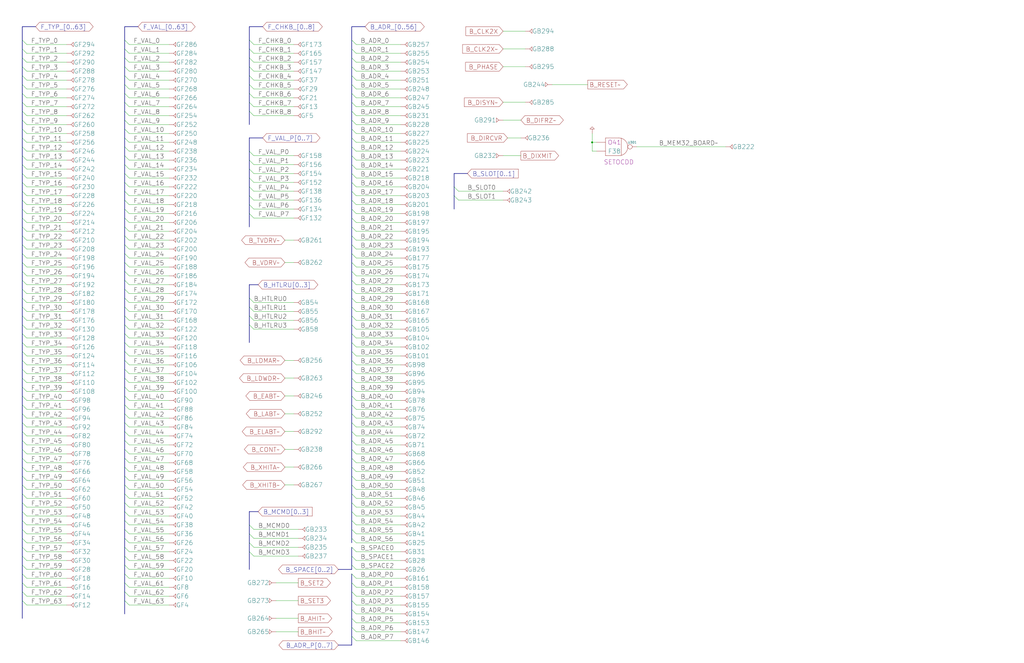
<source format=kicad_sch>
(kicad_sch (version 20250114) (generator "eeschema") (generator_version "9.0")
  (paper "User" 584.2 378.46)
  (title_block (title "BACKPLANE CONNECTIONS\\nFRONTPLANE CONNECTIONS\\nBYPASS CAPACITORS") (date "08-MAR-90") (rev "0.0") (comment 1 "MEM32 BOARD") (comment 2 "232-003066") (comment 3 "S400") (comment 4 "RELEASED"))
  (junction (at 337.82 81.28))
  (bus_entry (at 12.7 317.5) (size 2.54 2.54))
  (bus_entry (at 71.12 332.74) (size 2.54 2.54))
  (bus_entry (at 71.12 251.46) (size 2.54 2.54))
  (bus_entry (at 12.7 63.5) (size 2.54 2.54))
  (bus_entry (at 200.66 139.7) (size 2.54 2.54))
  (bus_entry (at 71.12 215.9) (size 2.54 2.54))
  (bus_entry (at 200.66 347.98) (size 2.54 2.54))
  (bus_entry (at 200.66 246.38) (size 2.54 2.54))
  (bus_entry (at 12.7 231.14) (size 2.54 2.54))
  (bus_entry (at 71.12 302.26) (size 2.54 2.54))
  (bus_entry (at 200.66 261.62) (size 2.54 2.54))
  (bus_entry (at 142.24 27.94) (size 2.54 2.54))
  (bus_entry (at 142.24 58.42) (size 2.54 2.54))
  (bus_entry (at 71.12 139.7) (size 2.54 2.54))
  (bus_entry (at 12.7 322.58) (size 2.54 2.54))
  (bus_entry (at 71.12 154.94) (size 2.54 2.54))
  (bus_entry (at 200.66 33.02) (size 2.54 2.54))
  (bus_entry (at 200.66 215.9) (size 2.54 2.54))
  (bus_entry (at 200.66 266.7) (size 2.54 2.54))
  (bus_entry (at 142.24 111.76) (size 2.54 2.54))
  (bus_entry (at 71.12 327.66) (size 2.54 2.54))
  (bus_entry (at 12.7 48.26) (size 2.54 2.54))
  (bus_entry (at 200.66 68.58) (size 2.54 2.54))
  (bus_entry (at 12.7 160.02) (size 2.54 2.54))
  (bus_entry (at 200.66 332.74) (size 2.54 2.54))
  (bus_entry (at 71.12 307.34) (size 2.54 2.54))
  (bus_entry (at 200.66 104.14) (size 2.54 2.54))
  (bus_entry (at 200.66 22.86) (size 2.54 2.54))
  (bus_entry (at 71.12 322.58) (size 2.54 2.54))
  (bus_entry (at 12.7 78.74) (size 2.54 2.54))
  (bus_entry (at 12.7 226.06) (size 2.54 2.54))
  (bus_entry (at 200.66 302.26) (size 2.54 2.54))
  (bus_entry (at 142.24 106.68) (size 2.54 2.54))
  (bus_entry (at 200.66 327.66) (size 2.54 2.54))
  (bus_entry (at 142.24 116.84) (size 2.54 2.54))
  (bus_entry (at 12.7 154.94) (size 2.54 2.54))
  (bus_entry (at 200.66 63.5) (size 2.54 2.54))
  (bus_entry (at 200.66 251.46) (size 2.54 2.54))
  (bus_entry (at 71.12 246.38) (size 2.54 2.54))
  (bus_entry (at 259.08 111.76) (size 2.54 2.54))
  (bus_entry (at 12.7 83.82) (size 2.54 2.54))
  (bus_entry (at 71.12 160.02) (size 2.54 2.54))
  (bus_entry (at 200.66 99.06) (size 2.54 2.54))
  (bus_entry (at 12.7 312.42) (size 2.54 2.54))
  (bus_entry (at 12.7 190.5) (size 2.54 2.54))
  (bus_entry (at 71.12 241.3) (size 2.54 2.54))
  (bus_entry (at 71.12 22.86) (size 2.54 2.54))
  (bus_entry (at 12.7 175.26) (size 2.54 2.54))
  (bus_entry (at 200.66 231.14) (size 2.54 2.54))
  (bus_entry (at 200.66 109.22) (size 2.54 2.54))
  (bus_entry (at 200.66 297.18) (size 2.54 2.54))
  (bus_entry (at 12.7 109.22) (size 2.54 2.54))
  (bus_entry (at 12.7 129.54) (size 2.54 2.54))
  (bus_entry (at 200.66 363.22) (size 2.54 2.54))
  (bus_entry (at 200.66 226.06) (size 2.54 2.54))
  (bus_entry (at 71.12 134.62) (size 2.54 2.54))
  (bus_entry (at 71.12 129.54) (size 2.54 2.54))
  (bus_entry (at 12.7 241.3) (size 2.54 2.54))
  (bus_entry (at 142.24 170.18) (size 2.54 2.54))
  (bus_entry (at 200.66 322.58) (size 2.54 2.54))
  (bus_entry (at 12.7 93.98) (size 2.54 2.54))
  (bus_entry (at 12.7 68.58) (size 2.54 2.54))
  (bus_entry (at 200.66 38.1) (size 2.54 2.54))
  (bus_entry (at 71.12 195.58) (size 2.54 2.54))
  (bus_entry (at 142.24 86.36) (size 2.54 2.54))
  (bus_entry (at 142.24 299.72) (size 2.54 2.54))
  (bus_entry (at 71.12 58.42) (size 2.54 2.54))
  (bus_entry (at 12.7 180.34) (size 2.54 2.54))
  (bus_entry (at 12.7 251.46) (size 2.54 2.54))
  (bus_entry (at 200.66 185.42) (size 2.54 2.54))
  (bus_entry (at 71.12 226.06) (size 2.54 2.54))
  (bus_entry (at 200.66 175.26) (size 2.54 2.54))
  (bus_entry (at 12.7 337.82) (size 2.54 2.54))
  (bus_entry (at 142.24 38.1) (size 2.54 2.54))
  (bus_entry (at 71.12 83.82) (size 2.54 2.54))
  (bus_entry (at 71.12 124.46) (size 2.54 2.54))
  (bus_entry (at 12.7 104.14) (size 2.54 2.54))
  (bus_entry (at 142.24 96.52) (size 2.54 2.54))
  (bus_entry (at 71.12 99.06) (size 2.54 2.54))
  (bus_entry (at 71.12 48.26) (size 2.54 2.54))
  (bus_entry (at 71.12 190.5) (size 2.54 2.54))
  (bus_entry (at 12.7 271.78) (size 2.54 2.54))
  (bus_entry (at 142.24 180.34) (size 2.54 2.54))
  (bus_entry (at 12.7 287.02) (size 2.54 2.54))
  (bus_entry (at 12.7 170.18) (size 2.54 2.54))
  (bus_entry (at 71.12 88.9) (size 2.54 2.54))
  (bus_entry (at 200.66 165.1) (size 2.54 2.54))
  (bus_entry (at 200.66 210.82) (size 2.54 2.54))
  (bus_entry (at 71.12 93.98) (size 2.54 2.54))
  (bus_entry (at 12.7 281.94) (size 2.54 2.54))
  (bus_entry (at 71.12 38.1) (size 2.54 2.54))
  (bus_entry (at 71.12 256.54) (size 2.54 2.54))
  (bus_entry (at 71.12 236.22) (size 2.54 2.54))
  (bus_entry (at 142.24 43.18) (size 2.54 2.54))
  (bus_entry (at 12.7 261.62) (size 2.54 2.54))
  (bus_entry (at 142.24 22.86) (size 2.54 2.54))
  (bus_entry (at 12.7 27.94) (size 2.54 2.54))
  (bus_entry (at 142.24 309.88) (size 2.54 2.54))
  (bus_entry (at 71.12 144.78) (size 2.54 2.54))
  (bus_entry (at 12.7 58.42) (size 2.54 2.54))
  (bus_entry (at 71.12 281.94) (size 2.54 2.54))
  (bus_entry (at 142.24 48.26) (size 2.54 2.54))
  (bus_entry (at 12.7 139.7) (size 2.54 2.54))
  (bus_entry (at 200.66 307.34) (size 2.54 2.54))
  (bus_entry (at 71.12 231.14) (size 2.54 2.54))
  (bus_entry (at 142.24 185.42) (size 2.54 2.54))
  (bus_entry (at 71.12 165.1) (size 2.54 2.54))
  (bus_entry (at 200.66 149.86) (size 2.54 2.54))
  (bus_entry (at 71.12 78.74) (size 2.54 2.54))
  (bus_entry (at 12.7 342.9) (size 2.54 2.54))
  (bus_entry (at 71.12 287.02) (size 2.54 2.54))
  (bus_entry (at 200.66 154.94) (size 2.54 2.54))
  (bus_entry (at 71.12 180.34) (size 2.54 2.54))
  (bus_entry (at 200.66 83.82) (size 2.54 2.54))
  (bus_entry (at 200.66 48.26) (size 2.54 2.54))
  (bus_entry (at 12.7 114.3) (size 2.54 2.54))
  (bus_entry (at 71.12 205.74) (size 2.54 2.54))
  (bus_entry (at 12.7 195.58) (size 2.54 2.54))
  (bus_entry (at 12.7 38.1) (size 2.54 2.54))
  (bus_entry (at 71.12 119.38) (size 2.54 2.54))
  (bus_entry (at 200.66 271.78) (size 2.54 2.54))
  (bus_entry (at 71.12 27.94) (size 2.54 2.54))
  (bus_entry (at 71.12 149.86) (size 2.54 2.54))
  (bus_entry (at 142.24 304.8) (size 2.54 2.54))
  (bus_entry (at 200.66 124.46) (size 2.54 2.54))
  (bus_entry (at 12.7 99.06) (size 2.54 2.54))
  (bus_entry (at 12.7 210.82) (size 2.54 2.54))
  (bus_entry (at 12.7 22.86) (size 2.54 2.54))
  (bus_entry (at 200.66 236.22) (size 2.54 2.54))
  (bus_entry (at 12.7 149.86) (size 2.54 2.54))
  (bus_entry (at 200.66 292.1) (size 2.54 2.54))
  (bus_entry (at 142.24 63.5) (size 2.54 2.54))
  (bus_entry (at 200.66 27.94) (size 2.54 2.54))
  (bus_entry (at 71.12 43.18) (size 2.54 2.54))
  (bus_entry (at 200.66 73.66) (size 2.54 2.54))
  (bus_entry (at 12.7 215.9) (size 2.54 2.54))
  (bus_entry (at 200.66 241.3) (size 2.54 2.54))
  (bus_entry (at 142.24 314.96) (size 2.54 2.54))
  (bus_entry (at 12.7 124.46) (size 2.54 2.54))
  (bus_entry (at 71.12 317.5) (size 2.54 2.54))
  (bus_entry (at 200.66 114.3) (size 2.54 2.54))
  (bus_entry (at 71.12 337.82) (size 2.54 2.54))
  (bus_entry (at 200.66 312.42) (size 2.54 2.54))
  (bus_entry (at 142.24 33.02) (size 2.54 2.54))
  (bus_entry (at 12.7 88.9) (size 2.54 2.54))
  (bus_entry (at 200.66 358.14) (size 2.54 2.54))
  (bus_entry (at 12.7 266.7) (size 2.54 2.54))
  (bus_entry (at 12.7 185.42) (size 2.54 2.54))
  (bus_entry (at 200.66 93.98) (size 2.54 2.54))
  (bus_entry (at 200.66 144.78) (size 2.54 2.54))
  (bus_entry (at 12.7 165.1) (size 2.54 2.54))
  (bus_entry (at 200.66 342.9) (size 2.54 2.54))
  (bus_entry (at 200.66 58.42) (size 2.54 2.54))
  (bus_entry (at 12.7 327.66) (size 2.54 2.54))
  (bus_entry (at 12.7 144.78) (size 2.54 2.54))
  (bus_entry (at 71.12 73.66) (size 2.54 2.54))
  (bus_entry (at 200.66 129.54) (size 2.54 2.54))
  (bus_entry (at 200.66 281.94) (size 2.54 2.54))
  (bus_entry (at 200.66 119.38) (size 2.54 2.54))
  (bus_entry (at 71.12 342.9) (size 2.54 2.54))
  (bus_entry (at 142.24 101.6) (size 2.54 2.54))
  (bus_entry (at 200.66 337.82) (size 2.54 2.54))
  (bus_entry (at 200.66 200.66) (size 2.54 2.54))
  (bus_entry (at 71.12 68.58) (size 2.54 2.54))
  (bus_entry (at 200.66 205.74) (size 2.54 2.54))
  (bus_entry (at 71.12 312.42) (size 2.54 2.54))
  (bus_entry (at 200.66 317.5) (size 2.54 2.54))
  (bus_entry (at 71.12 266.7) (size 2.54 2.54))
  (bus_entry (at 71.12 170.18) (size 2.54 2.54))
  (bus_entry (at 12.7 200.66) (size 2.54 2.54))
  (bus_entry (at 259.08 106.68) (size 2.54 2.54))
  (bus_entry (at 12.7 73.66) (size 2.54 2.54))
  (bus_entry (at 12.7 307.34) (size 2.54 2.54))
  (bus_entry (at 12.7 256.54) (size 2.54 2.54))
  (bus_entry (at 71.12 271.78) (size 2.54 2.54))
  (bus_entry (at 12.7 53.34) (size 2.54 2.54))
  (bus_entry (at 71.12 104.14) (size 2.54 2.54))
  (bus_entry (at 12.7 292.1) (size 2.54 2.54))
  (bus_entry (at 200.66 190.5) (size 2.54 2.54))
  (bus_entry (at 142.24 53.34) (size 2.54 2.54))
  (bus_entry (at 71.12 297.18) (size 2.54 2.54))
  (bus_entry (at 12.7 246.38) (size 2.54 2.54))
  (bus_entry (at 142.24 91.44) (size 2.54 2.54))
  (bus_entry (at 200.66 43.18) (size 2.54 2.54))
  (bus_entry (at 200.66 220.98) (size 2.54 2.54))
  (bus_entry (at 71.12 175.26) (size 2.54 2.54))
  (bus_entry (at 71.12 210.82) (size 2.54 2.54))
  (bus_entry (at 71.12 53.34) (size 2.54 2.54))
  (bus_entry (at 12.7 236.22) (size 2.54 2.54))
  (bus_entry (at 12.7 33.02) (size 2.54 2.54))
  (bus_entry (at 200.66 180.34) (size 2.54 2.54))
  (bus_entry (at 71.12 33.02) (size 2.54 2.54))
  (bus_entry (at 200.66 170.18) (size 2.54 2.54))
  (bus_entry (at 71.12 109.22) (size 2.54 2.54))
  (bus_entry (at 200.66 78.74) (size 2.54 2.54))
  (bus_entry (at 12.7 119.38) (size 2.54 2.54))
  (bus_entry (at 71.12 276.86) (size 2.54 2.54))
  (bus_entry (at 200.66 53.34) (size 2.54 2.54))
  (bus_entry (at 200.66 276.86) (size 2.54 2.54))
  (bus_entry (at 200.66 256.54) (size 2.54 2.54))
  (bus_entry (at 142.24 121.92) (size 2.54 2.54))
  (bus_entry (at 71.12 200.66) (size 2.54 2.54))
  (bus_entry (at 71.12 220.98) (size 2.54 2.54))
  (bus_entry (at 200.66 134.62) (size 2.54 2.54))
  (bus_entry (at 12.7 302.26) (size 2.54 2.54))
  (bus_entry (at 200.66 353.06) (size 2.54 2.54))
  (bus_entry (at 71.12 63.5) (size 2.54 2.54))
  (bus_entry (at 200.66 160.02) (size 2.54 2.54))
  (bus_entry (at 12.7 220.98) (size 2.54 2.54))
  (bus_entry (at 12.7 297.18) (size 2.54 2.54))
  (bus_entry (at 12.7 332.74) (size 2.54 2.54))
  (bus_entry (at 71.12 114.3) (size 2.54 2.54))
  (bus_entry (at 71.12 292.1) (size 2.54 2.54))
  (bus_entry (at 142.24 175.26) (size 2.54 2.54))
  (bus_entry (at 71.12 261.62) (size 2.54 2.54))
  (bus_entry (at 12.7 276.86) (size 2.54 2.54))
  (bus_entry (at 200.66 287.02) (size 2.54 2.54))
  (bus_entry (at 12.7 134.62) (size 2.54 2.54))
  (bus_entry (at 200.66 195.58) (size 2.54 2.54))
  (bus_entry (at 12.7 43.18) (size 2.54 2.54))
  (bus_entry (at 200.66 88.9) (size 2.54 2.54))
  (bus_entry (at 12.7 205.74) (size 2.54 2.54))
  (bus_entry (at 71.12 185.42) (size 2.54 2.54))
  (bus (pts (xy 12.7 276.86) (xy 12.7 281.94)))
  (bus (pts (xy 142.24 304.8) (xy 142.24 309.88)))
  (wire (pts (xy 203.2 289.56) (xy 228.6 289.56)))
  (wire (pts (xy 15.24 309.88) (xy 38.1 309.88)))
  (wire (pts (xy 15.24 274.32) (xy 38.1 274.32)))
  (wire (pts (xy 203.2 274.32) (xy 228.6 274.32)))
  (wire (pts (xy 15.24 60.96) (xy 38.1 60.96)))
  (bus (pts (xy 12.7 322.58) (xy 12.7 327.66)))
  (bus (pts (xy 200.66 73.66) (xy 200.66 78.74)))
  (bus (pts (xy 12.7 38.1) (xy 12.7 43.18)))
  (bus (pts (xy 71.12 58.42) (xy 71.12 63.5)))
  (bus (pts (xy 12.7 58.42) (xy 12.7 63.5)))
  (bus (pts (xy 200.66 63.5) (xy 200.66 68.58)))
  (bus (pts (xy 200.66 48.26) (xy 200.66 53.34)))
  (wire (pts (xy 15.24 182.88) (xy 38.1 182.88)))
  (bus (pts (xy 200.66 271.78) (xy 200.66 276.86)))
  (bus (pts (xy 200.66 332.74) (xy 200.66 337.82)))
  (bus (pts (xy 71.12 332.74) (xy 71.12 337.82)))
  (wire (pts (xy 203.2 320.04) (xy 228.6 320.04)))
  (wire (pts (xy 15.24 25.4) (xy 38.1 25.4)))
  (wire (pts (xy 73.66 182.88) (xy 96.52 182.88)))
  (bus (pts (xy 142.24 292.1) (xy 142.24 299.72)))
  (bus (pts (xy 142.24 43.18) (xy 142.24 48.26)))
  (wire (pts (xy 73.66 142.24) (xy 96.52 142.24)))
  (bus (pts (xy 71.12 43.18) (xy 71.12 48.26)))
  (bus (pts (xy 200.66 43.18) (xy 200.66 48.26)))
  (bus (pts (xy 12.7 215.9) (xy 12.7 220.98)))
  (wire (pts (xy 287.02 88.9) (xy 297.18 88.9)))
  (wire (pts (xy 73.66 233.68) (xy 96.52 233.68)))
  (wire (pts (xy 203.2 269.24) (xy 228.6 269.24)))
  (bus (pts (xy 200.66 93.98) (xy 200.66 99.06)))
  (bus (pts (xy 12.7 236.22) (xy 12.7 241.3)))
  (bus (pts (xy 71.12 307.34) (xy 71.12 312.42)))
  (bus (pts (xy 12.7 170.18) (xy 12.7 175.26)))
  (wire (pts (xy 203.2 233.68) (xy 228.6 233.68)))
  (wire (pts (xy 15.24 279.4) (xy 38.1 279.4)))
  (bus (pts (xy 12.7 154.94) (xy 12.7 160.02)))
  (bus (pts (xy 71.12 129.54) (xy 71.12 134.62)))
  (bus (pts (xy 12.7 256.54) (xy 12.7 261.62)))
  (bus (pts (xy 12.7 129.54) (xy 12.7 134.62)))
  (bus (pts (xy 71.12 180.34) (xy 71.12 185.42)))
  (bus (pts (xy 12.7 119.38) (xy 12.7 124.46)))
  (wire (pts (xy 203.2 116.84) (xy 228.6 116.84)))
  (wire (pts (xy 203.2 335.28) (xy 228.6 335.28)))
  (bus (pts (xy 200.66 347.98) (xy 200.66 353.06)))
  (wire (pts (xy 15.24 116.84) (xy 38.1 116.84)))
  (wire (pts (xy 73.66 35.56) (xy 96.52 35.56)))
  (bus (pts (xy 200.66 276.86) (xy 200.66 281.94)))
  (bus (pts (xy 12.7 297.18) (xy 12.7 302.26)))
  (wire (pts (xy 144.78 25.4) (xy 167.64 25.4)))
  (wire (pts (xy 203.2 76.2) (xy 228.6 76.2)))
  (bus (pts (xy 142.24 91.44) (xy 142.24 96.52)))
  (bus (pts (xy 142.24 27.94) (xy 142.24 33.02)))
  (wire (pts (xy 15.24 314.96) (xy 38.1 314.96)))
  (bus (pts (xy 71.12 292.1) (xy 71.12 297.18)))
  (bus (pts (xy 200.66 58.42) (xy 200.66 63.5)))
  (bus (pts (xy 12.7 332.74) (xy 12.7 337.82)))
  (wire (pts (xy 15.24 325.12) (xy 38.1 325.12)))
  (bus (pts (xy 12.7 114.3) (xy 12.7 119.38)))
  (bus (pts (xy 12.7 342.9) (xy 12.7 353.06)))
  (bus (pts (xy 12.7 33.02) (xy 12.7 38.1)))
  (bus (pts (xy 12.7 160.02) (xy 12.7 165.1)))
  (bus (pts (xy 71.12 165.1) (xy 71.12 170.18)))
  (bus (pts (xy 71.12 322.58) (xy 71.12 327.66)))
  (bus (pts (xy 12.7 205.74) (xy 12.7 210.82)))
  (wire (pts (xy 15.24 71.12) (xy 38.1 71.12)))
  (wire (pts (xy 73.66 218.44) (xy 96.52 218.44)))
  (wire (pts (xy 144.78 55.88) (xy 167.64 55.88)))
  (wire (pts (xy 73.66 40.64) (xy 96.52 40.64)))
  (wire (pts (xy 203.2 213.36) (xy 228.6 213.36)))
  (bus (pts (xy 71.12 205.74) (xy 71.12 210.82)))
  (wire (pts (xy 289.56 78.74) (xy 297.18 78.74)))
  (wire (pts (xy 15.24 254) (xy 38.1 254)))
  (bus (pts (xy 142.24 292.1) (xy 147.32 292.1)))
  (wire (pts (xy 73.66 60.96) (xy 96.52 60.96)))
  (bus (pts (xy 12.7 302.26) (xy 12.7 307.34)))
  (wire (pts (xy 15.24 294.64) (xy 38.1 294.64)))
  (bus (pts (xy 12.7 149.86) (xy 12.7 154.94)))
  (bus (pts (xy 71.12 68.58) (xy 71.12 73.66)))
  (bus (pts (xy 12.7 15.24) (xy 12.7 22.86)))
  (wire (pts (xy 203.2 279.4) (xy 228.6 279.4)))
  (wire (pts (xy 162.56 256.54) (xy 167.64 256.54)))
  (wire (pts (xy 73.66 274.32) (xy 96.52 274.32)))
  (wire (pts (xy 144.78 93.98) (xy 167.64 93.98)))
  (bus (pts (xy 200.66 220.98) (xy 200.66 226.06)))
  (bus (pts (xy 200.66 160.02) (xy 200.66 165.1)))
  (bus (pts (xy 12.7 124.46) (xy 12.7 129.54)))
  (bus (pts (xy 200.66 109.22) (xy 200.66 114.3)))
  (wire (pts (xy 162.56 266.7) (xy 167.64 266.7)))
  (wire (pts (xy 15.24 157.48) (xy 38.1 157.48)))
  (bus (pts (xy 12.7 231.14) (xy 12.7 236.22)))
  (bus (pts (xy 200.66 312.42) (xy 200.66 317.5)))
  (wire (pts (xy 203.2 350.52) (xy 228.6 350.52)))
  (wire (pts (xy 15.24 345.44) (xy 38.1 345.44)))
  (bus (pts (xy 200.66 322.58) (xy 200.66 325.12)))
  (bus (pts (xy 142.24 22.86) (xy 142.24 27.94)))
  (wire (pts (xy 203.2 218.44) (xy 228.6 218.44)))
  (wire (pts (xy 203.2 198.12) (xy 228.6 198.12)))
  (bus (pts (xy 71.12 256.54) (xy 71.12 261.62)))
  (wire (pts (xy 73.66 101.6) (xy 96.52 101.6)))
  (wire (pts (xy 203.2 91.44) (xy 228.6 91.44)))
  (wire (pts (xy 73.66 30.48) (xy 96.52 30.48)))
  (wire (pts (xy 15.24 121.92) (xy 38.1 121.92)))
  (bus (pts (xy 200.66 266.7) (xy 200.66 271.78)))
  (bus (pts (xy 193.04 368.3) (xy 200.66 368.3)))
  (bus (pts (xy 142.24 162.56) (xy 147.32 162.56)))
  (wire (pts (xy 203.2 365.76) (xy 228.6 365.76)))
  (bus (pts (xy 200.66 195.58) (xy 200.66 200.66)))
  (wire (pts (xy 203.2 248.92) (xy 228.6 248.92)))
  (wire (pts (xy 203.2 25.4) (xy 228.6 25.4)))
  (bus (pts (xy 200.66 317.5) (xy 200.66 322.58)))
  (bus (pts (xy 200.66 363.22) (xy 200.66 368.3)))
  (bus (pts (xy 71.12 38.1) (xy 71.12 43.18)))
  (wire (pts (xy 203.2 259.08) (xy 228.6 259.08)))
  (bus (pts (xy 200.66 27.94) (xy 200.66 33.02)))
  (bus (pts (xy 12.7 337.82) (xy 12.7 342.9)))
  (bus (pts (xy 71.12 88.9) (xy 71.12 93.98)))
  (wire (pts (xy 73.66 76.2) (xy 96.52 76.2)))
  (wire (pts (xy 15.24 335.28) (xy 38.1 335.28)))
  (wire (pts (xy 203.2 314.96) (xy 228.6 314.96)))
  (bus (pts (xy 71.12 251.46) (xy 71.12 256.54)))
  (bus (pts (xy 12.7 63.5) (xy 12.7 68.58)))
  (wire (pts (xy 287.02 68.58) (xy 297.18 68.58)))
  (bus (pts (xy 71.12 246.38) (xy 71.12 251.46)))
  (wire (pts (xy 144.78 99.06) (xy 167.64 99.06)))
  (bus (pts (xy 71.12 287.02) (xy 71.12 292.1)))
  (wire (pts (xy 144.78 60.96) (xy 167.64 60.96)))
  (wire (pts (xy 203.2 254) (xy 228.6 254)))
  (bus (pts (xy 71.12 109.22) (xy 71.12 114.3)))
  (wire (pts (xy 144.78 124.46) (xy 167.64 124.46)))
  (wire (pts (xy 15.24 304.8) (xy 38.1 304.8)))
  (wire (pts (xy 203.2 243.84) (xy 228.6 243.84)))
  (wire (pts (xy 144.78 114.3) (xy 167.64 114.3)))
  (wire (pts (xy 15.24 35.56) (xy 38.1 35.56)))
  (wire (pts (xy 203.2 330.2) (xy 228.6 330.2)))
  (wire (pts (xy 15.24 233.68) (xy 38.1 233.68)))
  (wire (pts (xy 73.66 289.56) (xy 96.52 289.56)))
  (wire (pts (xy 73.66 71.12) (xy 96.52 71.12)))
  (bus (pts (xy 200.66 297.18) (xy 200.66 302.26)))
  (wire (pts (xy 15.24 101.6) (xy 38.1 101.6)))
  (wire (pts (xy 15.24 340.36) (xy 38.1 340.36)))
  (bus (pts (xy 71.12 73.66) (xy 71.12 78.74)))
  (bus (pts (xy 71.12 78.74) (xy 71.12 83.82)))
  (bus (pts (xy 200.66 134.62) (xy 200.66 139.7)))
  (bus (pts (xy 12.7 185.42) (xy 12.7 190.5)))
  (bus (pts (xy 142.24 121.92) (xy 142.24 129.54)))
  (bus (pts (xy 12.7 271.78) (xy 12.7 276.86)))
  (wire (pts (xy 144.78 35.56) (xy 167.64 35.56)))
  (bus (pts (xy 200.66 119.38) (xy 200.66 124.46)))
  (wire (pts (xy 73.66 243.84) (xy 96.52 243.84)))
  (bus (pts (xy 12.7 15.24) (xy 20.32 15.24)))
  (wire (pts (xy 203.2 360.68) (xy 228.6 360.68)))
  (wire (pts (xy 73.66 177.8) (xy 96.52 177.8)))
  (wire (pts (xy 203.2 55.88) (xy 228.6 55.88)))
  (wire (pts (xy 73.66 248.92) (xy 96.52 248.92)))
  (wire (pts (xy 73.66 203.2) (xy 96.52 203.2)))
  (bus (pts (xy 200.66 88.9) (xy 200.66 93.98)))
  (bus (pts (xy 200.66 241.3) (xy 200.66 246.38)))
  (wire (pts (xy 15.24 137.16) (xy 38.1 137.16)))
  (bus (pts (xy 12.7 175.26) (xy 12.7 180.34)))
  (bus (pts (xy 200.66 281.94) (xy 200.66 287.02)))
  (wire (pts (xy 203.2 203.2) (xy 228.6 203.2)))
  (bus (pts (xy 142.24 162.56) (xy 142.24 170.18)))
  (wire (pts (xy 203.2 299.72) (xy 228.6 299.72)))
  (wire (pts (xy 157.48 332.74) (xy 170.18 332.74)))
  (bus (pts (xy 71.12 200.66) (xy 71.12 205.74)))
  (bus (pts (xy 12.7 246.38) (xy 12.7 251.46)))
  (bus (pts (xy 12.7 144.78) (xy 12.7 149.86)))
  (wire (pts (xy 162.56 276.86) (xy 167.64 276.86)))
  (wire (pts (xy 15.24 152.4) (xy 38.1 152.4)))
  (wire (pts (xy 157.48 342.9) (xy 170.18 342.9)))
  (wire (pts (xy 203.2 81.28) (xy 228.6 81.28)))
  (wire (pts (xy 203.2 45.72) (xy 228.6 45.72)))
  (bus (pts (xy 200.66 292.1) (xy 200.66 297.18)))
  (wire (pts (xy 144.78 307.34) (xy 170.18 307.34)))
  (bus (pts (xy 142.24 78.74) (xy 149.86 78.74)))
  (wire (pts (xy 203.2 340.36) (xy 228.6 340.36)))
  (bus (pts (xy 71.12 215.9) (xy 71.12 220.98)))
  (bus (pts (xy 12.7 317.5) (xy 12.7 322.58)))
  (wire (pts (xy 73.66 314.96) (xy 96.52 314.96)))
  (wire (pts (xy 162.56 205.74) (xy 167.64 205.74)))
  (bus (pts (xy 12.7 307.34) (xy 12.7 312.42)))
  (bus (pts (xy 71.12 144.78) (xy 71.12 149.86)))
  (wire (pts (xy 73.66 284.48) (xy 96.52 284.48)))
  (wire (pts (xy 15.24 132.08) (xy 38.1 132.08)))
  (wire (pts (xy 73.66 198.12) (xy 96.52 198.12)))
  (wire (pts (xy 203.2 208.28) (xy 228.6 208.28)))
  (bus (pts (xy 200.66 83.82) (xy 200.66 88.9)))
  (bus (pts (xy 200.66 15.24) (xy 208.28 15.24)))
  (wire (pts (xy 203.2 127) (xy 228.6 127)))
  (bus (pts (xy 71.12 226.06) (xy 71.12 231.14)))
  (wire (pts (xy 203.2 228.6) (xy 228.6 228.6)))
  (bus (pts (xy 12.7 73.66) (xy 12.7 78.74)))
  (wire (pts (xy 203.2 193.04) (xy 228.6 193.04)))
  (wire (pts (xy 73.66 345.44) (xy 96.52 345.44)))
  (bus (pts (xy 71.12 33.02) (xy 71.12 38.1)))
  (bus (pts (xy 200.66 139.7) (xy 200.66 144.78)))
  (wire (pts (xy 144.78 109.22) (xy 167.64 109.22)))
  (wire (pts (xy 144.78 50.8) (xy 167.64 50.8)))
  (bus (pts (xy 12.7 48.26) (xy 12.7 53.34)))
  (bus (pts (xy 142.24 15.24) (xy 149.86 15.24)))
  (wire (pts (xy 203.2 111.76) (xy 228.6 111.76)))
  (bus (pts (xy 142.24 86.36) (xy 142.24 91.44)))
  (wire (pts (xy 162.56 137.16) (xy 167.64 137.16)))
  (wire (pts (xy 287.02 38.1) (xy 299.72 38.1)))
  (bus (pts (xy 142.24 63.5) (xy 142.24 71.12)))
  (wire (pts (xy 144.78 119.38) (xy 167.64 119.38)))
  (bus (pts (xy 200.66 210.82) (xy 200.66 215.9)))
  (bus (pts (xy 200.66 287.02) (xy 200.66 292.1)))
  (wire (pts (xy 73.66 55.88) (xy 96.52 55.88)))
  (wire (pts (xy 261.62 109.22) (xy 287.02 109.22)))
  (bus (pts (xy 12.7 226.06) (xy 12.7 231.14)))
  (wire (pts (xy 261.62 114.3) (xy 287.02 114.3)))
  (wire (pts (xy 203.2 142.24) (xy 228.6 142.24)))
  (wire (pts (xy 144.78 312.42) (xy 170.18 312.42)))
  (wire (pts (xy 203.2 355.6) (xy 228.6 355.6)))
  (bus (pts (xy 71.12 236.22) (xy 71.12 241.3)))
  (wire (pts (xy 144.78 172.72) (xy 167.64 172.72)))
  (wire (pts (xy 203.2 325.12) (xy 228.6 325.12)))
  (wire (pts (xy 144.78 40.64) (xy 167.64 40.64)))
  (bus (pts (xy 12.7 312.42) (xy 12.7 317.5)))
  (wire (pts (xy 363.22 83.82) (xy 414.02 83.82)))
  (bus (pts (xy 12.7 93.98) (xy 12.7 99.06)))
  (bus (pts (xy 71.12 327.66) (xy 71.12 332.74)))
  (wire (pts (xy 15.24 299.72) (xy 38.1 299.72)))
  (bus (pts (xy 71.12 15.24) (xy 71.12 22.86)))
  (bus (pts (xy 200.66 251.46) (xy 200.66 256.54)))
  (bus (pts (xy 200.66 236.22) (xy 200.66 241.3)))
  (wire (pts (xy 144.78 182.88) (xy 167.64 182.88)))
  (bus (pts (xy 200.66 215.9) (xy 200.66 220.98)))
  (wire (pts (xy 203.2 35.56) (xy 228.6 35.56)))
  (bus (pts (xy 142.24 101.6) (xy 142.24 106.68)))
  (bus (pts (xy 12.7 281.94) (xy 12.7 287.02)))
  (wire (pts (xy 15.24 106.68) (xy 38.1 106.68)))
  (wire (pts (xy 73.66 259.08) (xy 96.52 259.08)))
  (wire (pts (xy 15.24 127) (xy 38.1 127)))
  (bus (pts (xy 71.12 15.24) (xy 78.74 15.24)))
  (bus (pts (xy 12.7 88.9) (xy 12.7 93.98)))
  (wire (pts (xy 203.2 66.04) (xy 228.6 66.04)))
  (bus (pts (xy 200.66 165.1) (xy 200.66 170.18)))
  (wire (pts (xy 203.2 152.4) (xy 228.6 152.4)))
  (bus (pts (xy 200.66 246.38) (xy 200.66 251.46)))
  (bus (pts (xy 142.24 15.24) (xy 142.24 22.86)))
  (bus (pts (xy 12.7 261.62) (xy 12.7 266.7)))
  (bus (pts (xy 71.12 195.58) (xy 71.12 200.66)))
  (bus (pts (xy 142.24 96.52) (xy 142.24 101.6)))
  (wire (pts (xy 73.66 86.36) (xy 96.52 86.36)))
  (bus (pts (xy 71.12 302.26) (xy 71.12 307.34)))
  (wire (pts (xy 162.56 226.06) (xy 167.64 226.06)))
  (wire (pts (xy 73.66 299.72) (xy 96.52 299.72)))
  (wire (pts (xy 203.2 177.8) (xy 228.6 177.8)))
  (wire (pts (xy 15.24 147.32) (xy 38.1 147.32)))
  (wire (pts (xy 203.2 50.8) (xy 228.6 50.8)))
  (wire (pts (xy 73.66 157.48) (xy 96.52 157.48)))
  (wire (pts (xy 73.66 330.2) (xy 96.52 330.2)))
  (bus (pts (xy 200.66 327.66) (xy 200.66 332.74)))
  (wire (pts (xy 15.24 81.28) (xy 38.1 81.28)))
  (wire (pts (xy 73.66 45.72) (xy 96.52 45.72)))
  (bus (pts (xy 200.66 104.14) (xy 200.66 109.22)))
  (wire (pts (xy 144.78 66.04) (xy 167.64 66.04)))
  (wire (pts (xy 203.2 187.96) (xy 228.6 187.96)))
  (wire (pts (xy 15.24 66.04) (xy 38.1 66.04)))
  (bus (pts (xy 71.12 63.5) (xy 71.12 68.58)))
  (wire (pts (xy 73.66 208.28) (xy 96.52 208.28)))
  (wire (pts (xy 15.24 228.6) (xy 38.1 228.6)))
  (wire (pts (xy 203.2 30.48) (xy 228.6 30.48)))
  (bus (pts (xy 12.7 99.06) (xy 12.7 104.14)))
  (bus (pts (xy 12.7 104.14) (xy 12.7 109.22)))
  (bus (pts (xy 71.12 297.18) (xy 71.12 302.26)))
  (wire (pts (xy 73.66 193.04) (xy 96.52 193.04)))
  (wire (pts (xy 73.66 25.4) (xy 96.52 25.4)))
  (bus (pts (xy 142.24 78.74) (xy 142.24 86.36)))
  (bus (pts (xy 12.7 292.1) (xy 12.7 297.18)))
  (wire (pts (xy 73.66 254) (xy 96.52 254)))
  (bus (pts (xy 71.12 149.86) (xy 71.12 154.94)))
  (bus (pts (xy 200.66 144.78) (xy 200.66 149.86)))
  (wire (pts (xy 73.66 294.64) (xy 96.52 294.64)))
  (wire (pts (xy 15.24 208.28) (xy 38.1 208.28)))
  (wire (pts (xy 73.66 264.16) (xy 96.52 264.16)))
  (bus (pts (xy 71.12 281.94) (xy 71.12 287.02)))
  (bus (pts (xy 71.12 175.26) (xy 71.12 180.34)))
  (bus (pts (xy 71.12 27.94) (xy 71.12 33.02)))
  (wire (pts (xy 203.2 172.72) (xy 228.6 172.72)))
  (wire (pts (xy 337.82 81.28) (xy 337.82 76.2)))
  (bus (pts (xy 200.66 307.34) (xy 200.66 309.88)))
  (wire (pts (xy 15.24 76.2) (xy 38.1 76.2)))
  (wire (pts (xy 287.02 27.94) (xy 299.72 27.94)))
  (bus (pts (xy 71.12 337.82) (xy 71.12 342.9)))
  (wire (pts (xy 203.2 157.48) (xy 228.6 157.48)))
  (wire (pts (xy 162.56 149.86) (xy 167.64 149.86)))
  (bus (pts (xy 200.66 353.06) (xy 200.66 358.14)))
  (wire (pts (xy 144.78 317.5) (xy 170.18 317.5)))
  (bus (pts (xy 71.12 276.86) (xy 71.12 281.94)))
  (bus (pts (xy 200.66 15.24) (xy 200.66 22.86)))
  (bus (pts (xy 200.66 124.46) (xy 200.66 129.54)))
  (wire (pts (xy 144.78 302.26) (xy 170.18 302.26)))
  (wire (pts (xy 73.66 66.04) (xy 96.52 66.04)))
  (bus (pts (xy 259.08 111.76) (xy 259.08 119.38)))
  (wire (pts (xy 73.66 162.56) (xy 96.52 162.56)))
  (wire (pts (xy 340.36 86.36) (xy 337.82 86.36)))
  (bus (pts (xy 142.24 33.02) (xy 142.24 38.1)))
  (bus (pts (xy 71.12 99.06) (xy 71.12 104.14)))
  (bus (pts (xy 200.66 154.94) (xy 200.66 160.02)))
  (bus (pts (xy 71.12 271.78) (xy 71.12 276.86)))
  (wire (pts (xy 15.24 284.48) (xy 38.1 284.48)))
  (bus (pts (xy 71.12 170.18) (xy 71.12 175.26)))
  (bus (pts (xy 12.7 220.98) (xy 12.7 226.06)))
  (wire (pts (xy 15.24 218.44) (xy 38.1 218.44)))
  (wire (pts (xy 144.78 104.14) (xy 167.64 104.14)))
  (bus (pts (xy 142.24 314.96) (xy 142.24 325.12)))
  (bus (pts (xy 71.12 342.9) (xy 71.12 350.52)))
  (bus (pts (xy 71.12 160.02) (xy 71.12 165.1)))
  (wire (pts (xy 162.56 246.38) (xy 167.64 246.38)))
  (wire (pts (xy 73.66 91.44) (xy 96.52 91.44)))
  (bus (pts (xy 71.12 139.7) (xy 71.12 144.78)))
  (wire (pts (xy 203.2 40.64) (xy 228.6 40.64)))
  (wire (pts (xy 73.66 96.52) (xy 96.52 96.52)))
  (wire (pts (xy 73.66 106.68) (xy 96.52 106.68)))
  (bus (pts (xy 200.66 53.34) (xy 200.66 58.42)))
  (wire (pts (xy 73.66 269.24) (xy 96.52 269.24)))
  (bus (pts (xy 71.12 154.94) (xy 71.12 160.02)))
  (bus (pts (xy 12.7 251.46) (xy 12.7 256.54)))
  (wire (pts (xy 144.78 45.72) (xy 167.64 45.72)))
  (bus (pts (xy 200.66 185.42) (xy 200.66 190.5)))
  (wire (pts (xy 15.24 269.24) (xy 38.1 269.24)))
  (wire (pts (xy 73.66 116.84) (xy 96.52 116.84)))
  (wire (pts (xy 15.24 55.88) (xy 38.1 55.88)))
  (wire (pts (xy 15.24 86.36) (xy 38.1 86.36)))
  (wire (pts (xy 203.2 106.68) (xy 228.6 106.68)))
  (wire (pts (xy 144.78 177.8) (xy 167.64 177.8)))
  (wire (pts (xy 203.2 309.88) (xy 228.6 309.88)))
  (bus (pts (xy 200.66 256.54) (xy 200.66 261.62)))
  (bus (pts (xy 200.66 38.1) (xy 200.66 43.18)))
  (wire (pts (xy 15.24 162.56) (xy 38.1 162.56)))
  (wire (pts (xy 15.24 264.16) (xy 38.1 264.16)))
  (wire (pts (xy 73.66 111.76) (xy 96.52 111.76)))
  (wire (pts (xy 15.24 96.52) (xy 38.1 96.52)))
  (wire (pts (xy 144.78 88.9) (xy 167.64 88.9)))
  (bus (pts (xy 71.12 317.5) (xy 71.12 322.58)))
  (wire (pts (xy 73.66 304.8) (xy 96.52 304.8)))
  (wire (pts (xy 73.66 172.72) (xy 96.52 172.72)))
  (bus (pts (xy 12.7 287.02) (xy 12.7 292.1)))
  (bus (pts (xy 71.12 261.62) (xy 71.12 266.7)))
  (wire (pts (xy 73.66 167.64) (xy 96.52 167.64)))
  (wire (pts (xy 203.2 264.16) (xy 228.6 264.16)))
  (wire (pts (xy 73.66 127) (xy 96.52 127)))
  (bus (pts (xy 200.66 149.86) (xy 200.66 154.94)))
  (wire (pts (xy 15.24 30.48) (xy 38.1 30.48)))
  (bus (pts (xy 142.24 106.68) (xy 142.24 111.76)))
  (bus (pts (xy 12.7 53.34) (xy 12.7 58.42)))
  (bus (pts (xy 200.66 358.14) (xy 200.66 363.22)))
  (bus (pts (xy 71.12 241.3) (xy 71.12 246.38)))
  (bus (pts (xy 71.12 185.42) (xy 71.12 190.5)))
  (wire (pts (xy 144.78 187.96) (xy 167.64 187.96)))
  (bus (pts (xy 200.66 33.02) (xy 200.66 38.1)))
  (bus (pts (xy 12.7 109.22) (xy 12.7 114.3)))
  (wire (pts (xy 162.56 236.22) (xy 167.64 236.22)))
  (bus (pts (xy 200.66 342.9) (xy 200.66 347.98)))
  (bus (pts (xy 200.66 114.3) (xy 200.66 119.38)))
  (bus (pts (xy 200.66 337.82) (xy 200.66 342.9)))
  (wire (pts (xy 15.24 203.2) (xy 38.1 203.2)))
  (bus (pts (xy 71.12 48.26) (xy 71.12 53.34)))
  (wire (pts (xy 15.24 198.12) (xy 38.1 198.12)))
  (bus (pts (xy 12.7 190.5) (xy 12.7 195.58)))
  (wire (pts (xy 337.82 86.36) (xy 337.82 81.28)))
  (wire (pts (xy 73.66 152.4) (xy 96.52 152.4)))
  (bus (pts (xy 200.66 22.86) (xy 200.66 27.94)))
  (bus (pts (xy 142.24 48.26) (xy 142.24 53.34)))
  (wire (pts (xy 15.24 172.72) (xy 38.1 172.72)))
  (bus (pts (xy 71.12 220.98) (xy 71.12 226.06)))
  (wire (pts (xy 15.24 45.72) (xy 38.1 45.72)))
  (bus (pts (xy 200.66 170.18) (xy 200.66 175.26)))
  (wire (pts (xy 203.2 147.32) (xy 228.6 147.32)))
  (bus (pts (xy 200.66 180.34) (xy 200.66 185.42)))
  (bus (pts (xy 200.66 302.26) (xy 200.66 307.34)))
  (wire (pts (xy 287.02 58.42) (xy 299.72 58.42)))
  (bus (pts (xy 200.66 129.54) (xy 200.66 134.62)))
  (bus (pts (xy 200.66 226.06) (xy 200.66 231.14)))
  (wire (pts (xy 203.2 182.88) (xy 228.6 182.88)))
  (wire (pts (xy 15.24 238.76) (xy 38.1 238.76)))
  (bus (pts (xy 71.12 104.14) (xy 71.12 109.22)))
  (wire (pts (xy 15.24 111.76) (xy 38.1 111.76)))
  (wire (pts (xy 73.66 132.08) (xy 96.52 132.08)))
  (bus (pts (xy 71.12 190.5) (xy 71.12 195.58)))
  (bus (pts (xy 12.7 241.3) (xy 12.7 246.38)))
  (wire (pts (xy 73.66 309.88) (xy 96.52 309.88)))
  (bus (pts (xy 12.7 22.86) (xy 12.7 27.94)))
  (wire (pts (xy 15.24 213.36) (xy 38.1 213.36)))
  (wire (pts (xy 73.66 121.92) (xy 96.52 121.92)))
  (wire (pts (xy 15.24 167.64) (xy 38.1 167.64)))
  (bus (pts (xy 200.66 68.58) (xy 200.66 73.66)))
  (bus (pts (xy 142.24 38.1) (xy 142.24 43.18)))
  (wire (pts (xy 314.96 48.26) (xy 335.28 48.26)))
  (bus (pts (xy 12.7 210.82) (xy 12.7 215.9)))
  (bus (pts (xy 142.24 309.88) (xy 142.24 314.96)))
  (wire (pts (xy 73.66 335.28) (xy 96.52 335.28)))
  (wire (pts (xy 15.24 223.52) (xy 38.1 223.52)))
  (wire (pts (xy 15.24 50.8) (xy 38.1 50.8)))
  (wire (pts (xy 337.82 81.28) (xy 340.36 81.28)))
  (wire (pts (xy 203.2 121.92) (xy 228.6 121.92)))
  (wire (pts (xy 73.66 320.04) (xy 96.52 320.04)))
  (bus (pts (xy 12.7 43.18) (xy 12.7 48.26)))
  (bus (pts (xy 71.12 53.34) (xy 71.12 58.42)))
  (bus (pts (xy 200.66 261.62) (xy 200.66 266.7)))
  (bus (pts (xy 259.08 99.06) (xy 259.08 106.68)))
  (wire (pts (xy 162.56 215.9) (xy 167.64 215.9)))
  (bus (pts (xy 12.7 180.34) (xy 12.7 185.42)))
  (bus (pts (xy 12.7 83.82) (xy 12.7 88.9)))
  (wire (pts (xy 73.66 147.32) (xy 96.52 147.32)))
  (bus (pts (xy 71.12 210.82) (xy 71.12 215.9)))
  (bus (pts (xy 142.24 175.26) (xy 142.24 180.34)))
  (wire (pts (xy 15.24 193.04) (xy 38.1 193.04)))
  (wire (pts (xy 203.2 294.64) (xy 228.6 294.64)))
  (wire (pts (xy 203.2 86.36) (xy 228.6 86.36)))
  (bus (pts (xy 200.66 231.14) (xy 200.66 236.22)))
  (wire (pts (xy 15.24 330.2) (xy 38.1 330.2)))
  (wire (pts (xy 15.24 187.96) (xy 38.1 187.96)))
  (bus (pts (xy 12.7 134.62) (xy 12.7 139.7)))
  (wire (pts (xy 203.2 167.64) (xy 228.6 167.64)))
  (bus (pts (xy 12.7 139.7) (xy 12.7 144.78)))
  (wire (pts (xy 15.24 243.84) (xy 38.1 243.84)))
  (wire (pts (xy 73.66 279.4) (xy 96.52 279.4)))
  (bus (pts (xy 142.24 180.34) (xy 142.24 185.42)))
  (wire (pts (xy 73.66 228.6) (xy 96.52 228.6)))
  (bus (pts (xy 200.66 78.74) (xy 200.66 83.82)))
  (wire (pts (xy 73.66 187.96) (xy 96.52 187.96)))
  (wire (pts (xy 15.24 177.8) (xy 38.1 177.8)))
  (wire (pts (xy 203.2 71.12) (xy 228.6 71.12)))
  (bus (pts (xy 200.66 175.26) (xy 200.66 180.34)))
  (bus (pts (xy 142.24 111.76) (xy 142.24 116.84)))
  (wire (pts (xy 203.2 162.56) (xy 228.6 162.56)))
  (wire (pts (xy 73.66 325.12) (xy 96.52 325.12)))
  (wire (pts (xy 15.24 259.08) (xy 38.1 259.08)))
  (bus (pts (xy 71.12 22.86) (xy 71.12 27.94)))
  (bus (pts (xy 71.12 134.62) (xy 71.12 139.7)))
  (wire (pts (xy 203.2 132.08) (xy 228.6 132.08)))
  (wire (pts (xy 73.66 137.16) (xy 96.52 137.16)))
  (bus (pts (xy 12.7 200.66) (xy 12.7 205.74)))
  (bus (pts (xy 12.7 266.7) (xy 12.7 271.78)))
  (wire (pts (xy 73.66 223.52) (xy 96.52 223.52)))
  (bus (pts (xy 71.12 124.46) (xy 71.12 129.54)))
  (wire (pts (xy 15.24 40.64) (xy 38.1 40.64)))
  (bus (pts (xy 71.12 266.7) (xy 71.12 271.78)))
  (bus (pts (xy 71.12 83.82) (xy 71.12 88.9)))
  (bus (pts (xy 259.08 106.68) (xy 259.08 111.76)))
  (bus (pts (xy 259.08 99.06) (xy 266.7 99.06)))
  (bus (pts (xy 71.12 93.98) (xy 71.12 99.06)))
  (bus (pts (xy 12.7 327.66) (xy 12.7 332.74)))
  (bus (pts (xy 12.7 195.58) (xy 12.7 200.66)))
  (wire (pts (xy 73.66 213.36) (xy 96.52 213.36)))
  (bus (pts (xy 142.24 170.18) (xy 142.24 175.26)))
  (wire (pts (xy 203.2 223.52) (xy 228.6 223.52)))
  (wire (pts (xy 203.2 284.48) (xy 228.6 284.48)))
  (bus (pts (xy 71.12 114.3) (xy 71.12 119.38)))
  (wire (pts (xy 73.66 50.8) (xy 96.52 50.8)))
  (wire (pts (xy 203.2 96.52) (xy 228.6 96.52)))
  (bus (pts (xy 200.66 99.06) (xy 200.66 104.14)))
  (wire (pts (xy 203.2 60.96) (xy 228.6 60.96)))
  (wire (pts (xy 73.66 238.76) (xy 96.52 238.76)))
  (bus (pts (xy 12.7 78.74) (xy 12.7 83.82)))
  (bus (pts (xy 200.66 205.74) (xy 200.66 210.82)))
  (bus (pts (xy 71.12 119.38) (xy 71.12 124.46)))
  (wire (pts (xy 15.24 248.92) (xy 38.1 248.92)))
  (bus (pts (xy 142.24 116.84) (xy 142.24 121.92)))
  (bus (pts (xy 12.7 27.94) (xy 12.7 33.02)))
  (wire (pts (xy 15.24 142.24) (xy 38.1 142.24)))
  (wire (pts (xy 157.48 353.06) (xy 170.18 353.06)))
  (wire (pts (xy 287.02 17.78) (xy 299.72 17.78)))
  (wire (pts (xy 157.48 360.68) (xy 170.18 360.68)))
  (bus (pts (xy 12.7 165.1) (xy 12.7 170.18)))
  (bus (pts (xy 142.24 185.42) (xy 142.24 195.58)))
  (bus (pts (xy 71.12 231.14) (xy 71.12 236.22)))
  (wire (pts (xy 73.66 340.36) (xy 96.52 340.36)))
  (bus (pts (xy 142.24 53.34) (xy 142.24 58.42)))
  (wire (pts (xy 144.78 30.48) (xy 167.64 30.48)))
  (wire (pts (xy 73.66 81.28) (xy 96.52 81.28)))
  (bus (pts (xy 200.66 190.5) (xy 200.66 195.58)))
  (bus (pts (xy 193.04 325.12) (xy 200.66 325.12)))
  (bus (pts (xy 142.24 58.42) (xy 142.24 63.5)))
  (bus (pts (xy 12.7 68.58) (xy 12.7 73.66)))
  (wire (pts (xy 203.2 345.44) (xy 228.6 345.44)))
  (wire (pts (xy 203.2 101.6) (xy 228.6 101.6)))
  (wire (pts (xy 203.2 137.16) (xy 228.6 137.16)))
  (bus (pts (xy 142.24 299.72) (xy 142.24 304.8)))
  (bus (pts (xy 200.66 200.66) (xy 200.66 205.74)))
  (bus (pts (xy 71.12 312.42) (xy 71.12 317.5)))
  (wire (pts (xy 15.24 289.56) (xy 38.1 289.56)))
  (wire (pts (xy 203.2 304.8) (xy 228.6 304.8)))
  (wire (pts (xy 15.24 91.44) (xy 38.1 91.44)))
  (wire (pts (xy 15.24 320.04) (xy 38.1 320.04)))
  (wire (pts (xy 203.2 238.76) (xy 228.6 238.76)))
  (label "F_TYP_13" (at 17.78 91.44 0) (effects (font (size 2.54 2.54))))
  (label "F_TYP_56" (at 17.78 309.88 0) (effects (font (size 2.54 2.54))))
  (label "B_ADR_48" (at 205.74 269.24 0) (effects (font (size 2.54 2.54))))
  (label "F_TYP_28" (at 17.78 167.64 0) (effects (font (size 2.54 2.54))))
  (label "F_TYP_62" (at 17.78 340.36 0) (effects (font (size 2.54 2.54))))
  (label "F_CHKB_3" (at 147.32 40.64 0) (effects (font (size 2.54 2.54))))
  (label "F_CHKB_0" (at 147.32 25.4 0) (effects (font (size 2.54 2.54))))
  (label "F_VAL_26" (at 76.2 157.48 0) (effects (font (size 2.54 2.54))))
  (label "F_TYP_63" (at 17.78 345.44 0) (effects (font (size 2.54 2.54))))
  (label "F_VAL_38" (at 76.2 218.44 0) (effects (font (size 2.54 2.54))))
  (label "B_ADR_P7" (at 205.74 365.76 0) (effects (font (size 2.54 2.54))))
  (label "F_VAL_54" (at 76.2 299.72 0) (effects (font (size 2.54 2.54))))
  (label "F_TYP_15" (at 17.78 101.6 0) (effects (font (size 2.54 2.54))))
  (label "F_TYP_34" (at 17.78 198.12 0) (effects (font (size 2.54 2.54))))
  (label "B_ADR_53" (at 205.74 294.64 0) (effects (font (size 2.54 2.54))))
  (label "F_TYP_59" (at 17.78 325.12 0) (effects (font (size 2.54 2.54))))
  (label "F_VAL_18" (at 76.2 116.84 0) (effects (font (size 2.54 2.54))))
  (label "F_TYP_19" (at 17.78 121.92 0) (effects (font (size 2.54 2.54))))
  (label "B_MCMD2" (at 147.32 312.42 0) (effects (font (size 2.54 2.54))))
  (label "B_ADR_12" (at 205.74 86.36 0) (effects (font (size 2.54 2.54))))
  (label "B_ADR_P1" (at 205.74 335.28 0) (effects (font (size 2.54 2.54))))
  (label "B_ADR_47" (at 205.74 264.16 0) (effects (font (size 2.54 2.54))))
  (label "B_ADR_20" (at 205.74 127 0) (effects (font (size 2.54 2.54))))
  (label "F_VAL_2" (at 76.2 35.56 0) (effects (font (size 2.54 2.54))))
  (label "B_ADR_3" (at 205.74 40.64 0) (effects (font (size 2.54 2.54))))
  (label "F_TYP_20" (at 17.78 127 0) (effects (font (size 2.54 2.54))))
  (label "F_TYP_54" (at 17.78 299.72 0) (effects (font (size 2.54 2.54))))
  (label "F_TYP_21" (at 17.78 132.08 0) (effects (font (size 2.54 2.54))))
  (label "F_VAL_16" (at 76.2 106.68 0) (effects (font (size 2.54 2.54))))
  (label "F_TYP_42" (at 17.78 238.76 0) (effects (font (size 2.54 2.54))))
  (label "F_TYP_12" (at 17.78 86.36 0) (effects (font (size 2.54 2.54))))
  (label "F_TYP_53" (at 17.78 294.64 0) (effects (font (size 2.54 2.54))))
  (label "F_TYP_43" (at 17.78 243.84 0) (effects (font (size 2.54 2.54))))
  (label "F_VAL_39" (at 76.2 223.52 0) (effects (font (size 2.54 2.54))))
  (label "F_CHKB_5" (at 147.32 50.8 0) (effects (font (size 2.54 2.54))))
  (label "B_SPACE0" (at 205.74 314.96 0) (effects (font (size 2.54 2.54))))
  (label "F_VAL_P4" (at 147.32 109.22 0) (effects (font (size 2.54 2.54))))
  (label "B_ADR_31" (at 205.74 182.88 0) (effects (font (size 2.54 2.54))))
  (label "F_VAL_P6" (at 147.32 119.38 0) (effects (font (size 2.54 2.54))))
  (label "B_HTLRU0" (at 144.78 172.72 0) (effects (font (size 2.54 2.54))))
  (label "F_CHKB_1" (at 147.32 30.48 0) (effects (font (size 2.54 2.54))))
  (label "B_ADR_16" (at 205.74 106.68 0) (effects (font (size 2.54 2.54))))
  (label "B_ADR_49" (at 205.74 274.32 0) (effects (font (size 2.54 2.54))))
  (label "F_VAL_44" (at 76.2 248.92 0) (effects (font (size 2.54 2.54))))
  (label "F_TYP_49" (at 17.78 274.32 0) (effects (font (size 2.54 2.54))))
  (label "F_TYP_45" (at 17.78 254 0) (effects (font (size 2.54 2.54))))
  (label "F_TYP_61" (at 17.78 335.28 0) (effects (font (size 2.54 2.54))))
  (label "F_TYP_38" (at 17.78 218.44 0) (effects (font (size 2.54 2.54))))
  (label "F_VAL_61" (at 76.2 335.28 0) (effects (font (size 2.54 2.54))))
  (label "F_VAL_33" (at 76.2 193.04 0) (effects (font (size 2.54 2.54))))
  (label "F_TYP_32" (at 17.78 187.96 0) (effects (font (size 2.54 2.54))))
  (label "F_VAL_P5" (at 147.32 114.3 0) (effects (font (size 2.54 2.54))))
  (label "F_TYP_6" (at 17.78 55.88 0) (effects (font (size 2.54 2.54))))
  (label "B_ADR_9" (at 205.74 71.12 0) (effects (font (size 2.54 2.54))))
  (label "F_VAL_30" (at 76.2 177.8 0) (effects (font (size 2.54 2.54))))
  (label "F_VAL_32" (at 76.2 187.96 0) (effects (font (size 2.54 2.54))))
  (label "F_VAL_41" (at 76.2 233.68 0) (effects (font (size 2.54 2.54))))
  (label "B_ADR_29" (at 205.74 172.72 0) (effects (font (size 2.54 2.54))))
  (label "B_HTLRU2" (at 144.78 182.88 0) (effects (font (size 2.54 2.54))))
  (label "F_VAL_57" (at 76.2 314.96 0) (effects (font (size 2.54 2.54))))
  (label "F_VAL_10" (at 76.2 76.2 0) (effects (font (size 2.54 2.54))))
  (label "F_VAL_23" (at 76.2 142.24 0) (effects (font (size 2.54 2.54))))
  (label "B_ADR_21" (at 205.74 132.08 0) (effects (font (size 2.54 2.54))))
  (label "F_TYP_47" (at 17.78 264.16 0) (effects (font (size 2.54 2.54))))
  (label "F_VAL_6" (at 76.2 55.88 0) (effects (font (size 2.54 2.54))))
  (label "F_VAL_63" (at 76.2 345.44 0) (effects (font (size 2.54 2.54))))
  (label "B_ADR_54" (at 205.74 299.72 0) (effects (font (size 2.54 2.54))))
  (label "F_TYP_1" (at 17.78 30.48 0) (effects (font (size 2.54 2.54))))
  (label "F_VAL_49" (at 76.2 274.32 0) (effects (font (size 2.54 2.54))))
  (label "B_ADR_52" (at 205.74 289.56 0) (effects (font (size 2.54 2.54))))
  (label "B_ADR_39" (at 205.74 223.52 0) (effects (font (size 2.54 2.54))))
  (label "F_VAL_P2" (at 147.32 99.06 0) (effects (font (size 2.54 2.54))))
  (label "B_ADR_7" (at 205.74 60.96 0) (effects (font (size 2.54 2.54))))
  (label "B_ADR_32" (at 205.74 187.96 0) (effects (font (size 2.54 2.54))))
  (label "B_SPACE1" (at 205.74 320.04 0) (effects (font (size 2.54 2.54))))
  (label "F_VAL_15" (at 76.2 101.6 0) (effects (font (size 2.54 2.54))))
  (label "F_TYP_11" (at 17.78 81.28 0) (effects (font (size 2.54 2.54))))
  (label "F_VAL_45" (at 76.2 254 0) (effects (font (size 2.54 2.54))))
  (label "B_ADR_34" (at 205.74 198.12 0) (effects (font (size 2.54 2.54))))
  (label "B_ADR_10" (at 205.74 76.2 0) (effects (font (size 2.54 2.54))))
  (label "F_VAL_12" (at 76.2 86.36 0) (effects (font (size 2.54 2.54))))
  (label "F_VAL_48" (at 76.2 269.24 0) (effects (font (size 2.54 2.54))))
  (label "F_VAL_13" (at 76.2 91.44 0) (effects (font (size 2.54 2.54))))
  (label "F_VAL_0" (at 76.2 25.4 0) (effects (font (size 2.54 2.54))))
  (label "F_VAL_21" (at 76.2 132.08 0) (effects (font (size 2.54 2.54))))
  (label "F_TYP_40" (at 17.78 228.6 0) (effects (font (size 2.54 2.54))))
  (label "F_TYP_8" (at 17.78 66.04 0) (effects (font (size 2.54 2.54))))
  (label "F_TYP_25" (at 17.78 152.4 0) (effects (font (size 2.54 2.54))))
  (label "F_TYP_4" (at 17.78 45.72 0) (effects (font (size 2.54 2.54))))
  (label "F_TYP_14" (at 17.78 96.52 0) (effects (font (size 2.54 2.54))))
  (label "B_ADR_P2" (at 205.74 340.36 0) (effects (font (size 2.54 2.54))))
  (label "F_TYP_24" (at 17.78 147.32 0) (effects (font (size 2.54 2.54))))
  (label "F_VAL_55" (at 76.2 304.8 0) (effects (font (size 2.54 2.54))))
  (label "F_TYP_29" (at 17.78 172.72 0) (effects (font (size 2.54 2.54))))
  (label "F_VAL_1" (at 76.2 30.48 0) (effects (font (size 2.54 2.54))))
  (label "F_TYP_3" (at 17.78 40.64 0) (effects (font (size 2.54 2.54))))
  (label "F_TYP_10" (at 17.78 76.2 0) (effects (font (size 2.54 2.54))))
  (label "F_VAL_29" (at 76.2 172.72 0) (effects (font (size 2.54 2.54))))
  (label "F_VAL_53" (at 76.2 294.64 0) (effects (font (size 2.54 2.54))))
  (label "B_ADR_P4" (at 205.74 350.52 0) (effects (font (size 2.54 2.54))))
  (label "F_VAL_7" (at 76.2 60.96 0) (effects (font (size 2.54 2.54))))
  (label "B_ADR_37" (at 205.74 213.36 0) (effects (font (size 2.54 2.54))))
  (label "B_ADR_19" (at 205.74 121.92 0) (effects (font (size 2.54 2.54))))
  (label "B_ADR_25" (at 205.74 152.4 0) (effects (font (size 2.54 2.54))))
  (label "F_TYP_44" (at 17.78 248.92 0) (effects (font (size 2.54 2.54))))
  (label "F_VAL_60" (at 76.2 330.2 0) (effects (font (size 2.54 2.54))))
  (label "B_ADR_46" (at 205.74 259.08 0) (effects (font (size 2.54 2.54))))
  (label "B_ADR_43" (at 205.74 243.84 0) (effects (font (size 2.54 2.54))))
  (label "F_VAL_43" (at 76.2 243.84 0) (effects (font (size 2.54 2.54))))
  (label "F_VAL_3" (at 76.2 40.64 0) (effects (font (size 2.54 2.54))))
  (label "F_TYP_0" (at 17.78 25.4 0) (effects (font (size 2.54 2.54))))
  (label "B_ADR_38" (at 205.74 218.44 0) (effects (font (size 2.54 2.54))))
  (label "B_SLOT1" (at 266.7 114.3 0) (effects (font (size 2.54 2.54))))
  (label "F_VAL_20" (at 76.2 127 0) (effects (font (size 2.54 2.54))))
  (label "F_VAL_P7" (at 147.32 124.46 0) (effects (font (size 2.54 2.54))))
  (label "B_ADR_56" (at 205.74 309.88 0) (effects (font (size 2.54 2.54))))
  (label "B_ADR_55" (at 205.74 304.8 0) (effects (font (size 2.54 2.54))))
  (label "F_TYP_46" (at 17.78 259.08 0) (effects (font (size 2.54 2.54))))
  (label "F_TYP_2" (at 17.78 35.56 0) (effects (font (size 2.54 2.54))))
  (label "F_TYP_30" (at 17.78 177.8 0) (effects (font (size 2.54 2.54))))
  (label "B_ADR_45" (at 205.74 254 0) (effects (font (size 2.54 2.54))))
  (label "B_ADR_8" (at 205.74 66.04 0) (effects (font (size 2.54 2.54))))
  (label "F_VAL_36" (at 76.2 208.28 0) (effects (font (size 2.54 2.54))))
  (label "B_ADR_17" (at 205.74 111.76 0) (effects (font (size 2.54 2.54))))
  (label "F_CHKB_2" (at 147.32 35.56 0) (effects (font (size 2.54 2.54))))
  (label "B_ADR_44" (at 205.74 248.92 0) (effects (font (size 2.54 2.54))))
  (label "F_VAL_40" (at 76.2 228.6 0) (effects (font (size 2.54 2.54))))
  (label "B_ADR_22" (at 205.74 137.16 0) (effects (font (size 2.54 2.54))))
  (label "F_TYP_7" (at 17.78 60.96 0) (effects (font (size 2.54 2.54))))
  (label "F_VAL_59" (at 76.2 325.12 0) (effects (font (size 2.54 2.54))))
  (label "B_ADR_2" (at 205.74 35.56 0) (effects (font (size 2.54 2.54))))
  (label "B_ADR_42" (at 205.74 238.76 0) (effects (font (size 2.54 2.54))))
  (label "F_VAL_47" (at 76.2 264.16 0) (effects (font (size 2.54 2.54))))
  (label "B_ADR_23" (at 205.74 142.24 0) (effects (font (size 2.54 2.54))))
  (label "F_VAL_22" (at 76.2 137.16 0) (effects (font (size 2.54 2.54))))
  (label "B_ADR_5" (at 205.74 50.8 0) (effects (font (size 2.54 2.54))))
  (label "B_ADR_0" (at 205.74 25.4 0) (effects (font (size 2.54 2.54))))
  (label "F_TYP_37" (at 17.78 213.36 0) (effects (font (size 2.54 2.54))))
  (label "B_ADR_28" (at 205.74 167.64 0) (effects (font (size 2.54 2.54))))
  (label "F_VAL_14" (at 76.2 96.52 0) (effects (font (size 2.54 2.54))))
  (label "F_VAL_34" (at 76.2 198.12 0) (effects (font (size 2.54 2.54))))
  (label "B_ADR_30" (at 205.74 177.8 0) (effects (font (size 2.54 2.54))))
  (label "B_ADR_41" (at 205.74 233.68 0) (effects (font (size 2.54 2.54))))
  (label "B_MCMD1" (at 147.32 307.34 0) (effects (font (size 2.54 2.54))))
  (label "F_TYP_58" (at 17.78 320.04 0) (effects (font (size 2.54 2.54))))
  (label "F_TYP_33" (at 17.78 193.04 0) (effects (font (size 2.54 2.54))))
  (label "F_VAL_52" (at 76.2 289.56 0) (effects (font (size 2.54 2.54))))
  (label "F_TYP_18" (at 17.78 116.84 0) (effects (font (size 2.54 2.54))))
  (label "B_ADR_40" (at 205.74 228.6 0) (effects (font (size 2.54 2.54))))
  (label "B_ADR_1" (at 205.74 30.48 0) (effects (font (size 2.54 2.54))))
  (label "F_VAL_P0" (at 147.32 88.9 0) (effects (font (size 2.54 2.54))))
  (label "F_TYP_26" (at 17.78 157.48 0) (effects (font (size 2.54 2.54))))
  (label "F_TYP_9" (at 17.78 71.12 0) (effects (font (size 2.54 2.54))))
  (label "F_VAL_31" (at 76.2 182.88 0) (effects (font (size 2.54 2.54))))
  (label "B_ADR_26" (at 205.74 157.48 0) (effects (font (size 2.54 2.54))))
  (label "F_VAL_56" (at 76.2 309.88 0) (effects (font (size 2.54 2.54))))
  (label "F_VAL_4" (at 76.2 45.72 0) (effects (font (size 2.54 2.54))))
  (label "F_TYP_55" (at 17.78 304.8 0) (effects (font (size 2.54 2.54))))
  (label "F_TYP_27" (at 17.78 162.56 0) (effects (font (size 2.54 2.54))))
  (label "F_VAL_35" (at 76.2 203.2 0) (effects (font (size 2.54 2.54))))
  (label "B_ADR_11" (at 205.74 81.28 0) (effects (font (size 2.54 2.54))))
  (label "B_ADR_18" (at 205.74 116.84 0) (effects (font (size 2.54 2.54))))
  (label "F_VAL_27" (at 76.2 162.56 0) (effects (font (size 2.54 2.54))))
  (label "B_ADR_35" (at 205.74 203.2 0) (effects (font (size 2.54 2.54))))
  (label "B_ADR_27" (at 205.74 162.56 0) (effects (font (size 2.54 2.54))))
  (label "F_VAL_19" (at 76.2 121.92 0) (effects (font (size 2.54 2.54))))
  (label "F_VAL_37" (at 76.2 213.36 0) (effects (font (size 2.54 2.54))))
  (label "B_ADR_51" (at 205.74 284.48 0) (effects (font (size 2.54 2.54))))
  (label "F_TYP_48" (at 17.78 269.24 0) (effects (font (size 2.54 2.54))))
  (label "B_ADR_P3" (at 205.74 345.44 0) (effects (font (size 2.54 2.54))))
  (label "F_TYP_35" (at 17.78 203.2 0) (effects (font (size 2.54 2.54))))
  (label "F_CHKB_6" (at 147.32 55.88 0) (effects (font (size 2.54 2.54))))
  (label "B_MCMD3" (at 147.32 317.5 0) (effects (font (size 2.54 2.54))))
  (label "F_VAL_42" (at 76.2 238.76 0) (effects (font (size 2.54 2.54))))
  (label "F_TYP_17" (at 17.78 111.76 0) (effects (font (size 2.54 2.54))))
  (label "F_VAL_28" (at 76.2 167.64 0) (effects (font (size 2.54 2.54))))
  (label "B_ADR_15" (at 205.74 101.6 0) (effects (font (size 2.54 2.54))))
  (label "B_ADR_50" (at 205.74 279.4 0) (effects (font (size 2.54 2.54))))
  (label "F_TYP_52" (at 17.78 289.56 0) (effects (font (size 2.54 2.54))))
  (label "F_VAL_51" (at 76.2 284.48 0) (effects (font (size 2.54 2.54))))
  (label "F_VAL_5" (at 76.2 50.8 0) (effects (font (size 2.54 2.54))))
  (label "F_VAL_46" (at 76.2 259.08 0) (effects (font (size 2.54 2.54))))
  (label "F_TYP_39" (at 17.78 223.52 0) (effects (font (size 2.54 2.54))))
  (label "F_TYP_50" (at 17.78 279.4 0) (effects (font (size 2.54 2.54))))
  (label "F_VAL_8" (at 76.2 66.04 0) (effects (font (size 2.54 2.54))))
  (label "B_ADR_4" (at 205.74 45.72 0) (effects (font (size 2.54 2.54))))
  (label "F_VAL_24" (at 76.2 147.32 0) (effects (font (size 2.54 2.54))))
  (label "B_SLOT0" (at 266.7 109.22 0) (effects (font (size 2.54 2.54))))
  (label "F_VAL_P1" (at 147.32 93.98 0) (effects (font (size 2.54 2.54))))
  (label "F_TYP_51" (at 17.78 284.48 0) (effects (font (size 2.54 2.54))))
  (label "F_TYP_31" (at 17.78 182.88 0) (effects (font (size 2.54 2.54))))
  (label "F_CHKB_7" (at 147.32 60.96 0) (effects (font (size 2.54 2.54))))
  (label "B_ADR_P5" (at 205.74 355.6 0) (effects (font (size 2.54 2.54))))
  (label "B_ADR_P6" (at 205.74 360.68 0) (effects (font (size 2.54 2.54))))
  (label "F_VAL_62" (at 76.2 340.36 0) (effects (font (size 2.54 2.54))))
  (label "F_VAL_17" (at 76.2 111.76 0) (effects (font (size 2.54 2.54))))
  (label "B_ADR_6" (at 205.74 55.88 0) (effects (font (size 2.54 2.54))))
  (label "F_CHKB_8" (at 147.32 66.04 0) (effects (font (size 2.54 2.54))))
  (label "F_VAL_9" (at 76.2 71.12 0) (effects (font (size 2.54 2.54))))
  (label "F_TYP_41" (at 17.78 233.68 0) (effects (font (size 2.54 2.54))))
  (label "F_VAL_58" (at 76.2 320.04 0) (effects (font (size 2.54 2.54))))
  (label "F_VAL_50" (at 76.2 279.4 0) (effects (font (size 2.54 2.54))))
  (label "B_MCMD0" (at 147.32 302.26 0) (effects (font (size 2.54 2.54))))
  (label "F_VAL_11" (at 76.2 81.28 0) (effects (font (size 2.54 2.54))))
  (label "B_ADR_P0" (at 205.74 330.2 0) (effects (font (size 2.54 2.54))))
  (label "B_ADR_36" (at 205.74 208.28 0) (effects (font (size 2.54 2.54))))
  (label "B_ADR_13" (at 205.74 91.44 0) (effects (font (size 2.54 2.54))))
  (label "F_VAL_25" (at 76.2 152.4 0) (effects (font (size 2.54 2.54))))
  (label "F_TYP_23" (at 17.78 142.24 0) (effects (font (size 2.54 2.54))))
  (label "F_TYP_22" (at 17.78 137.16 0) (effects (font (size 2.54 2.54))))
  (label "F_VAL_P3" (at 147.32 104.14 0) (effects (font (size 2.54 2.54))))
  (label "B_ADR_24" (at 205.74 147.32 0) (effects (font (size 2.54 2.54))))
  (label "B_MEM32_BOARD~" (at 375.92 83.82 0) (effects (font (size 2.54 2.54))))
  (label "F_TYP_57" (at 17.78 314.96 0) (effects (font (size 2.54 2.54))))
  (label "B_ADR_33" (at 205.74 193.04 0) (effects (font (size 2.54 2.54))))
  (label "F_CHKB_4" (at 147.32 45.72 0) (effects (font (size 2.54 2.54))))
  (label "F_TYP_36" (at 17.78 208.28 0) (effects (font (size 2.54 2.54))))
  (label "B_SPACE2" (at 205.74 325.12 0) (effects (font (size 2.54 2.54))))
  (label "B_HTLRU3" (at 144.78 187.96 0) (effects (font (size 2.54 2.54))))
  (label "F_TYP_60" (at 17.78 330.2 0) (effects (font (size 2.54 2.54))))
  (label "F_TYP_5" (at 17.78 50.8 0) (effects (font (size 2.54 2.54))))
  (label "B_ADR_14" (at 205.74 96.52 0) (effects (font (size 2.54 2.54))))
  (label "F_TYP_16" (at 17.78 106.68 0) (effects (font (size 2.54 2.54))))
  (label "B_HTLRU1" (at 144.78 177.8 0) (effects (font (size 2.54 2.54))))
  (global_label "B_DIRCVR" (shape input) (at 289.56 78.74 180) (effects (font (size 2.54 2.54))) (property "Intersheetrefs" "${INTERSHEET_REFS}" (at 266.9026 78.5813 0) (effects (font (size 1.905 1.905)) (justify right))))
  (global_label "B_ELABT~" (shape bidirectional) (at 162.56 246.38 180) (effects (font (size 2.54 2.54))) (property "Intersheetrefs" "${INTERSHEET_REFS}" (at 140.6283 246.2213 0) (effects (font (size 1.905 1.905)) (justify right))))
  (global_label "B_CLK2X" (shape input) (at 287.02 17.78 180) (effects (font (size 2.54 2.54))) (property "Intersheetrefs" "${INTERSHEET_REFS}" (at 265.935 17.6213 0) (effects (font (size 1.905 1.905)) (justify right))))
  (global_label "B_XHITA~" (shape bidirectional) (at 162.56 266.7 180) (effects (font (size 2.54 2.54))) (property "Intersheetrefs" "${INTERSHEET_REFS}" (at 141.2331 266.5413 0) (effects (font (size 1.905 1.905)) (justify right))))
  (global_label "B_SET3" (shape output) (at 170.18 342.9 0) (effects (font (size 2.54 2.54))) (property "Intersheetrefs" "${INTERSHEET_REFS}" (at 188.3622 342.7413 0) (effects (font (size 1.905 1.905)) (justify left))))
  (global_label "F_CHKB_[0..8]" (shape bidirectional) (at 149.86 15.24 0) (effects (font (size 2.54 2.54))) (property "Intersheetrefs" "${INTERSHEET_REFS}" (at 181.4679 15.0813 0) (effects (font (size 1.905 1.905)) (justify left))))
  (global_label "B_SLOT[0..1]" (shape input) (at 266.7 99.06 0) (effects (font (size 2.54 2.54))) (property "Intersheetrefs" "${INTERSHEET_REFS}" (at 295.526 98.9013 0) (effects (font (size 1.905 1.905)) (justify left))))
  (global_label "B_LDMAR~" (shape bidirectional) (at 162.56 205.74 180) (effects (font (size 2.54 2.54))) (property "Intersheetrefs" "${INTERSHEET_REFS}" (at 139.4188 205.5813 0) (effects (font (size 1.905 1.905)) (justify right))))
  (global_label "B_AHIT~" (shape output) (at 170.18 353.06 0) (effects (font (size 2.54 2.54))) (property "Intersheetrefs" "${INTERSHEET_REFS}" (at 189.0879 352.9013 0) (effects (font (size 1.905 1.905)) (justify left))))
  (global_label "B_ADR_P[0..7]" (shape bidirectional) (at 193.04 368.3 180) (effects (font (size 2.54 2.54))) (property "Intersheetrefs" "${INTERSHEET_REFS}" (at 161.5531 368.1413 0) (effects (font (size 1.905 1.905)) (justify right))))
  (global_label "B_DIXMIT" (shape output) (at 297.18 88.9 0) (effects (font (size 2.54 2.54))) (property "Intersheetrefs" "${INTERSHEET_REFS}" (at 318.5069 88.7413 0) (effects (font (size 1.905 1.905)) (justify left))))
  (global_label "B_XHITB~" (shape bidirectional) (at 162.56 276.86 180) (effects (font (size 2.54 2.54))) (property "Intersheetrefs" "${INTERSHEET_REFS}" (at 140.8702 276.7013 0) (effects (font (size 1.905 1.905)) (justify right))))
  (global_label "B_TVDRV~" (shape bidirectional) (at 162.56 137.16 180) (effects (font (size 2.54 2.54))) (property "Intersheetrefs" "${INTERSHEET_REFS}" (at 140.2655 137.0013 0) (effects (font (size 1.905 1.905)) (justify right))))
  (global_label "B_LDWDR~" (shape bidirectional) (at 162.56 215.9 180) (effects (font (size 2.54 2.54))) (property "Intersheetrefs" "${INTERSHEET_REFS}" (at 139.0559 215.7413 0) (effects (font (size 1.905 1.905)) (justify right))))
  (global_label "F_VAL_[0..63]" (shape bidirectional) (at 78.74 15.24 0) (effects (font (size 2.54 2.54))) (property "Intersheetrefs" "${INTERSHEET_REFS}" (at 108.8965 15.0813 0) (effects (font (size 1.905 1.905)) (justify left))))
  (global_label "B_ADR_[0..56]" (shape bidirectional) (at 208.28 15.24 0) (effects (font (size 2.54 2.54))) (property "Intersheetrefs" "${INTERSHEET_REFS}" (at 239.646 15.0813 0) (effects (font (size 1.905 1.905)) (justify left))))
  (global_label "F_TYP_[0..63]" (shape bidirectional) (at 20.32 15.24 0) (effects (font (size 2.54 2.54))) (property "Intersheetrefs" "${INTERSHEET_REFS}" (at 50.7184 15.0813 0) (effects (font (size 1.905 1.905)) (justify left))))
  (global_label "B_CONT~" (shape bidirectional) (at 162.56 256.54 180) (effects (font (size 2.54 2.54))) (property "Intersheetrefs" "${INTERSHEET_REFS}" (at 141.8378 256.3813 0) (effects (font (size 1.905 1.905)) (justify right))))
  (global_label "B_HTLRU[0..3]" (shape bidirectional) (at 147.32 162.56 0) (effects (font (size 2.54 2.54))) (property "Intersheetrefs" "${INTERSHEET_REFS}" (at 178.9279 162.4013 0) (effects (font (size 1.905 1.905)) (justify left))))
  (global_label "B_PHASE" (shape input) (at 287.02 38.1 180) (effects (font (size 2.54 2.54))) (property "Intersheetrefs" "${INTERSHEET_REFS}" (at 265.814 37.9413 0) (effects (font (size 1.905 1.905)) (justify right))))
  (global_label "B_BHIT~" (shape output) (at 170.18 360.68 0) (effects (font (size 2.54 2.54))) (property "Intersheetrefs" "${INTERSHEET_REFS}" (at 189.4507 360.5213 0) (effects (font (size 1.905 1.905)) (justify left))))
  (global_label "B_MCMD[0..3]" (shape input) (at 147.32 292.1 0) (effects (font (size 2.54 2.54))) (property "Intersheetrefs" "${INTERSHEET_REFS}" (at 177.9603 291.9413 0) (effects (font (size 1.905 1.905)) (justify left))))
  (global_label "B_SPACE[0..2]" (shape bidirectional) (at 193.04 325.12 180) (effects (font (size 2.54 2.54))) (property "Intersheetrefs" "${INTERSHEET_REFS}" (at 161.3112 324.9613 0) (effects (font (size 1.905 1.905)) (justify right))))
  (global_label "B_EABT~" (shape bidirectional) (at 162.56 226.06 180) (effects (font (size 2.54 2.54))) (property "Intersheetrefs" "${INTERSHEET_REFS}" (at 142.6845 225.9013 0) (effects (font (size 1.905 1.905)) (justify right))))
  (global_label "B_RESET~" (shape output) (at 335.28 48.26 0) (effects (font (size 2.54 2.54))) (property "Intersheetrefs" "${INTERSHEET_REFS}" (at 357.6955 48.1013 0) (effects (font (size 1.905 1.905)) (justify left))))
  (global_label "B_CLK2X~" (shape input) (at 287.02 27.94 180) (effects (font (size 2.54 2.54))) (property "Intersheetrefs" "${INTERSHEET_REFS}" (at 264.1207 27.7813 0) (effects (font (size 1.905 1.905)) (justify right))))
  (global_label "B_DISYN~" (shape input) (at 287.02 58.42 180) (effects (font (size 2.54 2.54))) (property "Intersheetrefs" "${INTERSHEET_REFS}" (at 265.0883 58.2613 0) (effects (font (size 1.905 1.905)) (justify right))))
  (global_label "B_DIFRZ~" (shape bidirectional) (at 297.18 68.58 0) (effects (font (size 2.54 2.54))) (property "Intersheetrefs" "${INTERSHEET_REFS}" (at 318.9907 68.4213 0) (effects (font (size 1.905 1.905)) (justify left))))
  (global_label "B_SET2" (shape output) (at 170.18 332.74 0) (effects (font (size 2.54 2.54))) (property "Intersheetrefs" "${INTERSHEET_REFS}" (at 188.3622 332.5813 0) (effects (font (size 1.905 1.905)) (justify left))))
  (global_label "B_VDRV~" (shape bidirectional) (at 162.56 149.86 180) (effects (font (size 2.54 2.54))) (property "Intersheetrefs" "${INTERSHEET_REFS}" (at 142.2007 149.7013 0) (effects (font (size 1.905 1.905)) (justify right))))
  (global_label "F_VAL_P[0..7]" (shape bidirectional) (at 149.86 78.74 0) (effects (font (size 2.54 2.54))) (property "Intersheetrefs" "${INTERSHEET_REFS}" (at 180.1374 78.5813 0) (effects (font (size 1.905 1.905)) (justify left))))
  (global_label "B_LABT~" (shape bidirectional) (at 162.56 236.22 180) (effects (font (size 2.54 2.54))) (property "Intersheetrefs" "${INTERSHEET_REFS}" (at 142.9264 236.0613 0) (effects (font (size 1.905 1.905)) (justify right))))
  (symbol (lib_id "r1000:GB") (at 228.6 111.76 0) (unit 1)
    (property "Reference" "GB203" (at 232.41 111.76 0) (effects (font (size 2.54 2.54)) (justify left)))
    (property "Value" "GB" (effects (hide yes)))
  )
  (symbol (lib_id "r1000:GF") (at 38.1 218.44 0) (unit 1)
    (property "Reference" "GF110" (at 41.91 218.44 0) (effects (font (size 2.54 2.54)) (justify left)))
    (property "Value" "GF" (effects (hide yes)))
  )
  (symbol (lib_id "r1000:GF") (at 96.52 345.44 0) (unit 1)
    (property "Reference" "GF4" (at 100.33 345.44 0) (effects (font (size 2.54 2.54)) (justify left)))
    (property "Value" "GF" (effects (hide yes)))
  )
  (symbol (lib_id "r1000:GF") (at 38.1 30.48 0) (unit 1)
    (property "Reference" "GF292" (at 41.91 30.48 0) (effects (font (size 2.54 2.54)) (justify left)))
    (property "Value" "GF" (effects (hide yes)))
  )
  (symbol (lib_id "r1000:GB") (at 228.6 213.36 0) (unit 1)
    (property "Reference" "GB96" (at 232.41 213.36 0) (effects (font (size 2.54 2.54)) (justify left)))
    (property "Value" "GB" (effects (hide yes)))
  )
  (symbol (lib_id "r1000:GF") (at 167.64 88.9 0) (unit 1)
    (property "Reference" "GF158" (at 171.45 88.9 0) (effects (font (size 2.54 2.54)) (justify left)))
    (property "Value" "GF" (effects (hide yes)))
  )
  (symbol (lib_id "r1000:GF") (at 38.1 106.68 0) (unit 1)
    (property "Reference" "GF230" (at 41.91 106.68 0) (effects (font (size 2.54 2.54)) (justify left)))
    (property "Value" "GF" (effects (hide yes)))
  )
  (symbol (lib_id "r1000:GF") (at 96.52 320.04 0) (unit 1)
    (property "Reference" "GF22" (at 100.33 320.04 0) (effects (font (size 2.54 2.54)) (justify left)))
    (property "Value" "GF" (effects (hide yes)))
  )
  (symbol (lib_id "r1000:GF") (at 96.52 309.88 0) (unit 1)
    (property "Reference" "GF26" (at 100.33 309.88 0) (effects (font (size 2.54 2.54)) (justify left)))
    (property "Value" "GF" (effects (hide yes)))
  )
  (symbol (lib_id "r1000:GF") (at 38.1 259.08 0) (unit 1)
    (property "Reference" "GF78" (at 41.91 259.08 0) (effects (font (size 2.54 2.54)) (justify left)))
    (property "Value" "GF" (effects (hide yes)))
  )
  (symbol (lib_id "r1000:GF") (at 38.1 86.36 0) (unit 1)
    (property "Reference" "GF246" (at 41.91 86.36 0) (effects (font (size 2.54 2.54)) (justify left)))
    (property "Value" "GF" (effects (hide yes)))
  )
  (symbol (lib_id "r1000:GF") (at 96.52 55.88 0) (unit 1)
    (property "Reference" "GF266" (at 100.33 55.88 0) (effects (font (size 2.54 2.54)) (justify left)))
    (property "Value" "GF" (effects (hide yes)))
  )
  (symbol (lib_id "r1000:GF") (at 96.52 213.36 0) (unit 1)
    (property "Reference" "GF104" (at 100.33 213.36 0) (effects (font (size 2.54 2.54)) (justify left)))
    (property "Value" "GF" (effects (hide yes)))
  )
  (symbol (lib_id "r1000:GB") (at 228.6 91.44 0) (unit 1)
    (property "Reference" "GB223" (at 232.41 91.44 0) (effects (font (size 2.54 2.54)) (justify left)))
    (property "Value" "GB" (effects (hide yes)))
  )
  (symbol (lib_id "r1000:GB") (at 167.64 276.86 0) (unit 1)
    (property "Reference" "GB267" (at 171.45 276.86 0) (effects (font (size 2.54 2.54)) (justify left)))
    (property "Value" "GB" (effects (hide yes)))
  )
  (symbol (lib_id "r1000:GB") (at 228.6 96.52 0) (unit 1)
    (property "Reference" "GB221" (at 232.41 96.52 0) (effects (font (size 2.54 2.54)) (justify left)))
    (property "Value" "GB" (effects (hide yes)))
  )
  (symbol (lib_id "r1000:GB") (at 157.48 332.74 0) (mirror y) (unit 1)
    (property "Reference" "GB272" (at 153.67 332.74 0) (effects (font (size 2.54 2.54)) (justify left)))
    (property "Value" "GB" (effects (hide yes)))
  )
  (symbol (lib_id "r1000:GB") (at 167.64 182.88 0) (unit 1)
    (property "Reference" "GB56" (at 171.45 182.88 0) (effects (font (size 2.54 2.54)) (justify left)))
    (property "Value" "GB" (effects (hide yes)))
  )
  (symbol (lib_id "r1000:GF") (at 96.52 193.04 0) (unit 1)
    (property "Reference" "GF120" (at 100.33 193.04 0) (effects (font (size 2.54 2.54)) (justify left)))
    (property "Value" "GF" (effects (hide yes)))
  )
  (symbol (lib_id "r1000:GF") (at 96.52 167.64 0) (unit 1)
    (property "Reference" "GF174" (at 100.33 167.64 0) (effects (font (size 2.54 2.54)) (justify left)))
    (property "Value" "GF" (effects (hide yes)))
  )
  (symbol (lib_id "r1000:GB") (at 167.64 246.38 0) (unit 1)
    (property "Reference" "GB292" (at 171.45 246.38 0) (effects (font (size 2.54 2.54)) (justify left)))
    (property "Value" "GB" (effects (hide yes)))
  )
  (symbol (lib_id "r1000:GF") (at 38.1 325.12 0) (unit 1)
    (property "Reference" "GF28" (at 41.91 325.12 0) (effects (font (size 2.54 2.54)) (justify left)))
    (property "Value" "GF" (effects (hide yes)))
  )
  (symbol (lib_id "r1000:GB") (at 228.6 162.56 0) (unit 1)
    (property "Reference" "GB173" (at 232.41 162.56 0) (effects (font (size 2.54 2.54)) (justify left)))
    (property "Value" "GB" (effects (hide yes)))
  )
  (symbol (lib_id "r1000:GF") (at 38.1 228.6 0) (unit 1)
    (property "Reference" "GF98" (at 41.91 228.6 0) (effects (font (size 2.54 2.54)) (justify left)))
    (property "Value" "GF" (effects (hide yes)))
  )
  (symbol (lib_id "r1000:GB") (at 228.6 330.2 0) (unit 1)
    (property "Reference" "GB161" (at 232.41 330.2 0) (effects (font (size 2.54 2.54)) (justify left)))
    (property "Value" "GB" (effects (hide yes)))
  )
  (symbol (lib_id "r1000:GF") (at 96.52 208.28 0) (unit 1)
    (property "Reference" "GF106" (at 100.33 208.28 0) (effects (font (size 2.54 2.54)) (justify left)))
    (property "Value" "GF" (effects (hide yes)))
  )
  (symbol (lib_id "r1000:GF") (at 96.52 294.64 0) (unit 1)
    (property "Reference" "GF40" (at 100.33 294.64 0) (effects (font (size 2.54 2.54)) (justify left)))
    (property "Value" "GF" (effects (hide yes)))
  )
  (symbol (lib_id "r1000:GF") (at 167.64 119.38 0) (unit 1)
    (property "Reference" "GF134" (at 171.45 119.38 0) (effects (font (size 2.54 2.54)) (justify left)))
    (property "Value" "GF" (effects (hide yes)))
  )
  (symbol (lib_id "r1000:GB") (at 228.6 121.92 0) (unit 1)
    (property "Reference" "GB198" (at 232.41 121.92 0) (effects (font (size 2.54 2.54)) (justify left)))
    (property "Value" "GB" (effects (hide yes)))
  )
  (symbol (lib_id "r1000:GF") (at 96.52 35.56 0) (unit 1)
    (property "Reference" "GF282" (at 100.33 35.56 0) (effects (font (size 2.54 2.54)) (justify left)))
    (property "Value" "GF" (effects (hide yes)))
  )
  (symbol (lib_id "r1000:GB") (at 228.6 340.36 0) (unit 1)
    (property "Reference" "GB157" (at 232.41 340.36 0) (effects (font (size 2.54 2.54)) (justify left)))
    (property "Value" "GB" (effects (hide yes)))
  )
  (symbol (lib_id "r1000:GF") (at 38.1 116.84 0) (unit 1)
    (property "Reference" "GF226" (at 41.91 116.84 0) (effects (font (size 2.54 2.54)) (justify left)))
    (property "Value" "GF" (effects (hide yes)))
  )
  (symbol (lib_id "r1000:GF") (at 96.52 71.12 0) (unit 1)
    (property "Reference" "GF252" (at 100.33 71.12 0) (effects (font (size 2.54 2.54)) (justify left)))
    (property "Value" "GF" (effects (hide yes)))
  )
  (symbol (lib_id "r1000:GF") (at 38.1 60.96 0) (unit 1)
    (property "Reference" "GF272" (at 41.91 60.96 0) (effects (font (size 2.54 2.54)) (justify left)))
    (property "Value" "GF" (effects (hide yes)))
  )
  (symbol (lib_id "r1000:GF") (at 96.52 157.48 0) (unit 1)
    (property "Reference" "GF186" (at 100.33 157.48 0) (effects (font (size 2.54 2.54)) (justify left)))
    (property "Value" "GF" (effects (hide yes)))
  )
  (symbol (lib_id "r1000:GB") (at 228.6 60.96 0) (unit 1)
    (property "Reference" "GB245" (at 232.41 60.96 0) (effects (font (size 2.54 2.54)) (justify left)))
    (property "Value" "GB" (effects (hide yes)))
  )
  (symbol (lib_id "r1000:GF") (at 38.1 132.08 0) (unit 1)
    (property "Reference" "GF212" (at 41.91 132.08 0) (effects (font (size 2.54 2.54)) (justify left)))
    (property "Value" "GF" (effects (hide yes)))
  )
  (symbol (lib_id "r1000:GF") (at 38.1 91.44 0) (unit 1)
    (property "Reference" "GF244" (at 41.91 91.44 0) (effects (font (size 2.54 2.54)) (justify left)))
    (property "Value" "GF" (effects (hide yes)))
  )
  (symbol (lib_id "r1000:GF") (at 38.1 50.8 0) (unit 1)
    (property "Reference" "GF276" (at 41.91 50.8 0) (effects (font (size 2.54 2.54)) (justify left)))
    (property "Value" "GF" (effects (hide yes)))
  )
  (symbol (lib_id "r1000:GB") (at 228.6 360.68 0) (unit 1)
    (property "Reference" "GB147" (at 232.41 360.68 0) (effects (font (size 2.54 2.54)) (justify left)))
    (property "Value" "GB" (effects (hide yes)))
  )
  (symbol (lib_id "r1000:GF") (at 96.52 142.24 0) (unit 1)
    (property "Reference" "GF200" (at 100.33 142.24 0) (effects (font (size 2.54 2.54)) (justify left)))
    (property "Value" "GF" (effects (hide yes)))
  )
  (symbol (lib_id "r1000:GB") (at 170.18 317.5 0) (unit 1)
    (property "Reference" "GB237" (at 173.99 317.5 0) (effects (font (size 2.54 2.54)) (justify left)))
    (property "Value" "GB" (effects (hide yes)))
  )
  (symbol (lib_id "r1000:GF") (at 167.64 40.64 0) (unit 1)
    (property "Reference" "GF147" (at 171.45 40.64 0) (effects (font (size 2.54 2.54)) (justify left)))
    (property "Value" "GF" (effects (hide yes)))
  )
  (symbol (lib_id "r1000:GF") (at 167.64 60.96 0) (unit 1)
    (property "Reference" "GF13" (at 171.45 60.96 0) (effects (font (size 2.54 2.54)) (justify left)))
    (property "Value" "GF" (effects (hide yes)))
  )
  (symbol (lib_id "r1000:GB") (at 287.02 68.58 0) (mirror y) (unit 1)
    (property "Reference" "GB291" (at 283.21 68.58 0) (effects (font (size 2.54 2.54)) (justify left)))
    (property "Value" "GB" (effects (hide yes)))
  )
  (symbol (lib_id "r1000:GF") (at 96.52 76.2 0) (unit 1)
    (property "Reference" "GF250" (at 100.33 76.2 0) (effects (font (size 2.54 2.54)) (justify left)))
    (property "Value" "GF" (effects (hide yes)))
  )
  (symbol (lib_id "r1000:GB") (at 228.6 218.44 0) (unit 1)
    (property "Reference" "GB95" (at 232.41 218.44 0) (effects (font (size 2.54 2.54)) (justify left)))
    (property "Value" "GB" (effects (hide yes)))
  )
  (symbol (lib_id "r1000:GF") (at 38.1 320.04 0) (unit 1)
    (property "Reference" "GF30" (at 41.91 320.04 0) (effects (font (size 2.54 2.54)) (justify left)))
    (property "Value" "GF" (effects (hide yes)))
  )
  (symbol (lib_id "r1000:GB") (at 228.6 289.56 0) (unit 1)
    (property "Reference" "GB45" (at 232.41 289.56 0) (effects (font (size 2.54 2.54)) (justify left)))
    (property "Value" "GB" (effects (hide yes)))
  )
  (symbol (lib_id "r1000:GF") (at 96.52 187.96 0) (unit 1)
    (property "Reference" "GF122" (at 100.33 187.96 0) (effects (font (size 2.54 2.54)) (justify left)))
    (property "Value" "GF" (effects (hide yes)))
  )
  (symbol (lib_id "r1000:GF") (at 96.52 325.12 0) (unit 1)
    (property "Reference" "GF20" (at 100.33 325.12 0) (effects (font (size 2.54 2.54)) (justify left)))
    (property "Value" "GF" (effects (hide yes)))
  )
  (symbol (lib_id "r1000:GB") (at 299.72 58.42 0) (unit 1)
    (property "Reference" "GB285" (at 303.53 58.42 0) (effects (font (size 2.54 2.54)) (justify left)))
    (property "Value" "GB" (effects (hide yes)))
  )
  (symbol (lib_id "r1000:GB") (at 228.6 309.88 0) (unit 1)
    (property "Reference" "GB25" (at 232.41 309.88 0) (effects (font (size 2.54 2.54)) (justify left)))
    (property "Value" "GB" (effects (hide yes)))
  )
  (symbol (lib_id "r1000:GB") (at 228.6 55.88 0) (unit 1)
    (property "Reference" "GB247" (at 232.41 55.88 0) (effects (font (size 2.54 2.54)) (justify left)))
    (property "Value" "GB" (effects (hide yes)))
  )
  (symbol (lib_id "r1000:GF") (at 96.52 172.72 0) (unit 1)
    (property "Reference" "GF172" (at 100.33 172.72 0) (effects (font (size 2.54 2.54)) (justify left)))
    (property "Value" "GF" (effects (hide yes)))
  )
  (symbol (lib_id "r1000:GF") (at 96.52 279.4 0) (unit 1)
    (property "Reference" "GF54" (at 100.33 279.4 0) (effects (font (size 2.54 2.54)) (justify left)))
    (property "Value" "GF" (effects (hide yes)))
  )
  (symbol (lib_id "r1000:GF") (at 167.64 124.46 0) (unit 1)
    (property "Reference" "GF132" (at 171.45 124.46 0) (effects (font (size 2.54 2.54)) (justify left)))
    (property "Value" "GF" (effects (hide yes)))
  )
  (symbol (lib_id "r1000:GF") (at 167.64 25.4 0) (unit 1)
    (property "Reference" "GF173" (at 171.45 25.4 0) (effects (font (size 2.54 2.54)) (justify left)))
    (property "Value" "GF" (effects (hide yes)))
  )
  (symbol (lib_id "r1000:GF") (at 38.1 264.16 0) (unit 1)
    (property "Reference" "GF76" (at 41.91 264.16 0) (effects (font (size 2.54 2.54)) (justify left)))
    (property "Value" "GF" (effects (hide yes)))
  )
  (symbol (lib_id "r1000:GF") (at 167.64 30.48 0) (unit 1)
    (property "Reference" "GF165" (at 171.45 30.48 0) (effects (font (size 2.54 2.54)) (justify left)))
    (property "Value" "GF" (effects (hide yes)))
  )
  (symbol (lib_id "r1000:GB") (at 228.6 182.88 0) (unit 1)
    (property "Reference" "GB165" (at 232.41 182.88 0) (effects (font (size 2.54 2.54)) (justify left)))
    (property "Value" "GB" (effects (hide yes)))
  )
  (symbol (lib_id "r1000:GB") (at 157.48 342.9 0) (mirror y) (unit 1)
    (property "Reference" "GB273" (at 153.67 342.9 0) (effects (font (size 2.54 2.54)) (justify left)))
    (property "Value" "GB" (effects (hide yes)))
  )
  (symbol (lib_id "r1000:GF") (at 96.52 228.6 0) (unit 1)
    (property "Reference" "GF90" (at 100.33 228.6 0) (effects (font (size 2.54 2.54)) (justify left)))
    (property "Value" "GF" (effects (hide yes)))
  )
  (symbol (lib_id "r1000:GB") (at 228.6 304.8 0) (unit 1)
    (property "Reference" "GB41" (at 232.41 304.8 0) (effects (font (size 2.54 2.54)) (justify left)))
    (property "Value" "GB" (effects (hide yes)))
  )
  (symbol (lib_id "r1000:GB") (at 228.6 294.64 0) (unit 1)
    (property "Reference" "GB44" (at 232.41 294.64 0) (effects (font (size 2.54 2.54)) (justify left)))
    (property "Value" "GB" (effects (hide yes)))
  )
  (symbol (lib_id "r1000:GF") (at 96.52 101.6 0) (unit 1)
    (property "Reference" "GF232" (at 100.33 101.6 0) (effects (font (size 2.54 2.54)) (justify left)))
    (property "Value" "GF" (effects (hide yes)))
  )
  (symbol (lib_id "r1000:GB") (at 228.6 254 0) (unit 1)
    (property "Reference" "GB71" (at 232.41 254 0) (effects (font (size 2.54 2.54)) (justify left)))
    (property "Value" "GB" (effects (hide yes)))
  )
  (symbol (lib_id "r1000:GB") (at 170.18 307.34 0) (unit 1)
    (property "Reference" "GB234" (at 173.99 307.34 0) (effects (font (size 2.54 2.54)) (justify left)))
    (property "Value" "GB" (effects (hide yes)))
  )
  (symbol (lib_id "r1000:GB") (at 228.6 177.8 0) (unit 1)
    (property "Reference" "GB167" (at 232.41 177.8 0) (effects (font (size 2.54 2.54)) (justify left)))
    (property "Value" "GB" (effects (hide yes)))
  )
  (symbol (lib_id "r1000:GF") (at 38.1 203.2 0) (unit 1)
    (property "Reference" "GF124" (at 41.91 203.2 0) (effects (font (size 2.54 2.54)) (justify left)))
    (property "Value" "GF" (effects (hide yes)))
  )
  (symbol (lib_id "r1000:GF") (at 38.1 121.92 0) (unit 1)
    (property "Reference" "GF224" (at 41.91 121.92 0) (effects (font (size 2.54 2.54)) (justify left)))
    (property "Value" "GF" (effects (hide yes)))
  )
  (symbol (lib_id "r1000:GF") (at 96.52 299.72 0) (unit 1)
    (property "Reference" "GF38" (at 100.33 299.72 0) (effects (font (size 2.54 2.54)) (justify left)))
    (property "Value" "GF" (effects (hide yes)))
  )
  (symbol (lib_id "r1000:GF") (at 38.1 127 0) (unit 1)
    (property "Reference" "GF214" (at 41.91 127 0) (effects (font (size 2.54 2.54)) (justify left)))
    (property "Value" "GF" (effects (hide yes)))
  )
  (symbol (lib_id "r1000:GF") (at 96.52 111.76 0) (unit 1)
    (property "Reference" "GF220" (at 100.33 111.76 0) (effects (font (size 2.54 2.54)) (justify left)))
    (property "Value" "GF" (effects (hide yes)))
  )
  (symbol (lib_id "r1000:GF") (at 96.52 248.92 0) (unit 1)
    (property "Reference" "GF74" (at 100.33 248.92 0) (effects (font (size 2.54 2.54)) (justify left)))
    (property "Value" "GF" (effects (hide yes)))
  )
  (symbol (lib_id "r1000:GB") (at 287.02 109.22 0) (unit 1)
    (property "Reference" "GB242" (at 290.83 109.22 0) (effects (font (size 2.54 2.54)) (justify left)))
    (property "Value" "GB" (effects (hide yes)))
  )
  (symbol (lib_id "r1000:GF") (at 38.1 340.36 0) (unit 1)
    (property "Reference" "GF14" (at 41.91 340.36 0) (effects (font (size 2.54 2.54)) (justify left)))
    (property "Value" "GF" (effects (hide yes)))
  )
  (symbol (lib_id "r1000:GB") (at 228.6 101.6 0) (unit 1)
    (property "Reference" "GB218" (at 232.41 101.6 0) (effects (font (size 2.54 2.54)) (justify left)))
    (property "Value" "GB" (effects (hide yes)))
  )
  (symbol (lib_id "r1000:GF") (at 96.52 50.8 0) (unit 1)
    (property "Reference" "GF268" (at 100.33 50.8 0) (effects (font (size 2.54 2.54)) (justify left)))
    (property "Value" "GF" (effects (hide yes)))
  )
  (symbol (lib_id "r1000:GB") (at 228.6 66.04 0) (unit 1)
    (property "Reference" "GB231" (at 232.41 66.04 0) (effects (font (size 2.54 2.54)) (justify left)))
    (property "Value" "GB" (effects (hide yes)))
  )
  (symbol (lib_id "r1000:GF") (at 38.1 81.28 0) (unit 1)
    (property "Reference" "GF256" (at 41.91 81.28 0) (effects (font (size 2.54 2.54)) (justify left)))
    (property "Value" "GF" (effects (hide yes)))
  )
  (symbol (lib_id "r1000:GF") (at 167.64 45.72 0) (unit 1)
    (property "Reference" "GF37" (at 171.45 45.72 0) (effects (font (size 2.54 2.54)) (justify left)))
    (property "Value" "GF" (effects (hide yes)))
  )
  (symbol (lib_id "r1000:GF") (at 96.52 25.4 0) (unit 1)
    (property "Reference" "GF286" (at 100.33 25.4 0) (effects (font (size 2.54 2.54)) (justify left)))
    (property "Value" "GF" (effects (hide yes)))
  )
  (symbol (lib_id "r1000:GB") (at 228.6 25.4 0) (unit 1)
    (property "Reference" "GB257" (at 232.41 25.4 0) (effects (font (size 2.54 2.54)) (justify left)))
    (property "Value" "GB" (effects (hide yes)))
  )
  (symbol (lib_id "r1000:GB") (at 297.18 78.74 0) (unit 1)
    (property "Reference" "GB236" (at 300.99 78.74 0) (effects (font (size 2.54 2.54)) (justify left)))
    (property "Value" "GB" (effects (hide yes)))
  )
  (symbol (lib_id "r1000:GF") (at 96.52 259.08 0) (unit 1)
    (property "Reference" "GF70" (at 100.33 259.08 0) (effects (font (size 2.54 2.54)) (justify left)))
    (property "Value" "GF" (effects (hide yes)))
  )
  (symbol (lib_id "r1000:GF") (at 38.1 193.04 0) (unit 1)
    (property "Reference" "GF128" (at 41.91 193.04 0) (effects (font (size 2.54 2.54)) (justify left)))
    (property "Value" "GF" (effects (hide yes)))
  )
  (symbol (lib_id "r1000:GB") (at 228.6 198.12 0) (unit 1)
    (property "Reference" "GB102" (at 232.41 198.12 0) (effects (font (size 2.54 2.54)) (justify left)))
    (property "Value" "GB" (effects (hide yes)))
  )
  (symbol (lib_id "r1000:GB") (at 157.48 353.06 0) (mirror y) (unit 1)
    (property "Reference" "GB264" (at 153.67 353.06 0) (effects (font (size 2.54 2.54)) (justify left)))
    (property "Value" "GB" (effects (hide yes)))
  )
  (symbol (lib_id "r1000:GB") (at 228.6 127 0) (unit 1)
    (property "Reference" "GB197" (at 232.41 127 0) (effects (font (size 2.54 2.54)) (justify left)))
    (property "Value" "GB" (effects (hide yes)))
  )
  (symbol (lib_id "r1000:GF") (at 38.1 25.4 0) (unit 1)
    (property "Reference" "GF294" (at 41.91 25.4 0) (effects (font (size 2.54 2.54)) (justify left)))
    (property "Value" "GF" (effects (hide yes)))
  )
  (symbol (lib_id "r1000:GB") (at 167.64 149.86 0) (unit 1)
    (property "Reference" "GB262" (at 171.45 149.86 0) (effects (font (size 2.54 2.54)) (justify left)))
    (property "Value" "GB" (effects (hide yes)))
  )
  (symbol (lib_id "r1000:GF") (at 38.1 284.48 0) (unit 1)
    (property "Reference" "GF60" (at 41.91 284.48 0) (effects (font (size 2.54 2.54)) (justify left)))
    (property "Value" "GF" (effects (hide yes)))
  )
  (symbol (lib_id "r1000:GF") (at 96.52 60.96 0) (unit 1)
    (property "Reference" "GF264" (at 100.33 60.96 0) (effects (font (size 2.54 2.54)) (justify left)))
    (property "Value" "GF" (effects (hide yes)))
  )
  (symbol (lib_id "r1000:GF") (at 96.52 147.32 0) (unit 1)
    (property "Reference" "GF190" (at 100.33 147.32 0) (effects (font (size 2.54 2.54)) (justify left)))
    (property "Value" "GF" (effects (hide yes)))
  )
  (symbol (lib_id "r1000:GB") (at 167.64 137.16 0) (unit 1)
    (property "Reference" "GB261" (at 171.45 137.16 0) (effects (font (size 2.54 2.54)) (justify left)))
    (property "Value" "GB" (effects (hide yes)))
  )
  (symbol (lib_id "r1000:GF") (at 96.52 238.76 0) (unit 1)
    (property "Reference" "GF86" (at 100.33 238.76 0) (effects (font (size 2.54 2.54)) (justify left)))
    (property "Value" "GF" (effects (hide yes)))
  )
  (symbol (lib_id "r1000:GF") (at 38.1 40.64 0) (unit 1)
    (property "Reference" "GF288" (at 41.91 40.64 0) (effects (font (size 2.54 2.54)) (justify left)))
    (property "Value" "GF" (effects (hide yes)))
  )
  (symbol (lib_id "r1000:GB") (at 228.6 40.64 0) (unit 1)
    (property "Reference" "GB253" (at 232.41 40.64 0) (effects (font (size 2.54 2.54)) (justify left)))
    (property "Value" "GB" (effects (hide yes)))
  )
  (symbol (lib_id "r1000:GF") (at 96.52 81.28 0) (unit 1)
    (property "Reference" "GF248" (at 100.33 81.28 0) (effects (font (size 2.54 2.54)) (justify left)))
    (property "Value" "GF" (effects (hide yes)))
  )
  (symbol (lib_id "r1000:GF") (at 96.52 96.52 0) (unit 1)
    (property "Reference" "GF234" (at 100.33 96.52 0) (effects (font (size 2.54 2.54)) (justify left)))
    (property "Value" "GF" (effects (hide yes)))
  )
  (symbol (lib_id "r1000:GF") (at 38.1 167.64 0) (unit 1)
    (property "Reference" "GF182" (at 41.91 167.64 0) (effects (font (size 2.54 2.54)) (justify left)))
    (property "Value" "GF" (effects (hide yes)))
  )
  (symbol (lib_id "r1000:GB") (at 228.6 350.52 0) (unit 1)
    (property "Reference" "GB154" (at 232.41 350.52 0) (effects (font (size 2.54 2.54)) (justify left)))
    (property "Value" "GB" (effects (hide yes)))
  )
  (symbol (lib_id "r1000:GF") (at 167.64 50.8 0) (unit 1)
    (property "Reference" "GF29" (at 171.45 50.8 0) (effects (font (size 2.54 2.54)) (justify left)))
    (property "Value" "GF" (effects (hide yes)))
  )
  (symbol (lib_id "r1000:GF") (at 167.64 109.22 0) (unit 1)
    (property "Reference" "GF138" (at 171.45 109.22 0) (effects (font (size 2.54 2.54)) (justify left)))
    (property "Value" "GF" (effects (hide yes)))
  )
  (symbol (lib_id "r1000:GF") (at 96.52 86.36 0) (unit 1)
    (property "Reference" "GF238" (at 100.33 86.36 0) (effects (font (size 2.54 2.54)) (justify left)))
    (property "Value" "GF" (effects (hide yes)))
  )
  (symbol (lib_id "r1000:GB") (at 228.6 86.36 0) (unit 1)
    (property "Reference" "GB224" (at 232.41 86.36 0) (effects (font (size 2.54 2.54)) (justify left)))
    (property "Value" "GB" (effects (hide yes)))
  )
  (symbol (lib_id "r1000:GB") (at 228.6 116.84 0) (unit 1)
    (property "Reference" "GB201" (at 232.41 116.84 0) (effects (font (size 2.54 2.54)) (justify left)))
    (property "Value" "GB" (effects (hide yes)))
  )
  (symbol (lib_id "r1000:GF") (at 96.52 274.32 0) (unit 1)
    (property "Reference" "GF56" (at 100.33 274.32 0) (effects (font (size 2.54 2.54)) (justify left)))
    (property "Value" "GF" (effects (hide yes)))
  )
  (symbol (lib_id "r1000:GF") (at 96.52 45.72 0) (unit 1)
    (property "Reference" "GF270" (at 100.33 45.72 0) (effects (font (size 2.54 2.54)) (justify left)))
    (property "Value" "GF" (effects (hide yes)))
  )
  (symbol (lib_id "r1000:GB") (at 167.64 177.8 0) (unit 1)
    (property "Reference" "GB55" (at 171.45 177.8 0) (effects (font (size 2.54 2.54)) (justify left)))
    (property "Value" "GB" (effects (hide yes)))
  )
  (symbol (lib_id "r1000:GF") (at 38.1 177.8 0) (unit 1)
    (property "Reference" "GF178" (at 41.91 177.8 0) (effects (font (size 2.54 2.54)) (justify left)))
    (property "Value" "GF" (effects (hide yes)))
  )
  (symbol (lib_id "r1000:GB") (at 228.6 152.4 0) (unit 1)
    (property "Reference" "GB175" (at 232.41 152.4 0) (effects (font (size 2.54 2.54)) (justify left)))
    (property "Value" "GB" (effects (hide yes)))
  )
  (symbol (lib_id "r1000:GB") (at 228.6 71.12 0) (unit 1)
    (property "Reference" "GB228" (at 232.41 71.12 0) (effects (font (size 2.54 2.54)) (justify left)))
    (property "Value" "GB" (effects (hide yes)))
  )
  (symbol (lib_id "r1000:GB") (at 228.6 228.6 0) (unit 1)
    (property "Reference" "GB78" (at 232.41 228.6 0) (effects (font (size 2.54 2.54)) (justify left)))
    (property "Value" "GB" (effects (hide yes)))
  )
  (symbol (lib_id "r1000:PU") (at 337.82 76.2 0) (unit 1)
    (property "Reference" "#PWR0103" (effects (hide yes)))
    (property "Value" "PU" (effects (hide yes)))
  )
  (symbol (lib_id "r1000:GF") (at 96.52 30.48 0) (unit 1)
    (property "Reference" "GF284" (at 100.33 30.48 0) (effects (font (size 2.54 2.54)) (justify left)))
    (property "Value" "GF" (effects (hide yes)))
  )
  (symbol (lib_id "r1000:GB") (at 228.6 157.48 0) (unit 1)
    (property "Reference" "GB174" (at 232.41 157.48 0) (effects (font (size 2.54 2.54)) (justify left)))
    (property "Value" "GB" (effects (hide yes)))
  )
  (symbol (lib_id "r1000:GB") (at 167.64 226.06 0) (unit 1)
    (property "Reference" "GB246" (at 171.45 226.06 0) (effects (font (size 2.54 2.54)) (justify left)))
    (property "Value" "GB" (effects (hide yes)))
  )
  (symbol (lib_id "r1000:GB") (at 228.6 279.4 0) (unit 1)
    (property "Reference" "GB48" (at 232.41 279.4 0) (effects (font (size 2.54 2.54)) (justify left)))
    (property "Value" "GB" (effects (hide yes)))
  )
  (symbol (lib_id "r1000:GF") (at 38.1 182.88 0) (unit 1)
    (property "Reference" "GF176" (at 41.91 182.88 0) (effects (font (size 2.54 2.54)) (justify left)))
    (property "Value" "GF" (effects (hide yes)))
  )
  (symbol (lib_id "r1000:GF") (at 96.52 243.84 0) (unit 1)
    (property "Reference" "GF84" (at 100.33 243.84 0) (effects (font (size 2.54 2.54)) (justify left)))
    (property "Value" "GF" (effects (hide yes)))
  )
  (symbol (lib_id "r1000:GB") (at 299.72 27.94 0) (unit 1)
    (property "Reference" "GB288" (at 303.53 27.94 0) (effects (font (size 2.54 2.54)) (justify left)))
    (property "Value" "GB" (effects (hide yes)))
  )
  (symbol (lib_id "r1000:GB") (at 228.6 187.96 0) (unit 1)
    (property "Reference" "GB105" (at 232.41 187.96 0) (effects (font (size 2.54 2.54)) (justify left)))
    (property "Value" "GB" (effects (hide yes)))
  )
  (symbol (lib_id "r1000:GB") (at 228.6 274.32 0) (unit 1)
    (property "Reference" "GB51" (at 232.41 274.32 0) (effects (font (size 2.54 2.54)) (justify left)))
    (property "Value" "GB" (effects (hide yes)))
  )
  (symbol (lib_id "r1000:GF") (at 96.52 198.12 0) (unit 1)
    (property "Reference" "GF118" (at 100.33 198.12 0) (effects (font (size 2.54 2.54)) (justify left)))
    (property "Value" "GF" (effects (hide yes)))
  )
  (symbol (lib_id "r1000:GF") (at 38.1 345.44 0) (unit 1)
    (property "Reference" "GF12" (at 41.91 345.44 0) (effects (font (size 2.54 2.54)) (justify left)))
    (property "Value" "GF" (effects (hide yes)))
  )
  (symbol (lib_id "r1000:GF") (at 38.1 152.4 0) (unit 1)
    (property "Reference" "GF196" (at 41.91 152.4 0) (effects (font (size 2.54 2.54)) (justify left)))
    (property "Value" "GF" (effects (hide yes)))
  )
  (symbol (lib_id "r1000:GB") (at 170.18 312.42 0) (unit 1)
    (property "Reference" "GB235" (at 173.99 312.42 0) (effects (font (size 2.54 2.54)) (justify left)))
    (property "Value" "GB" (effects (hide yes)))
  )
  (symbol (lib_id "r1000:GB") (at 228.6 248.92 0) (unit 1)
    (property "Reference" "GB72" (at 232.41 248.92 0) (effects (font (size 2.54 2.54)) (justify left)))
    (property "Value" "GB" (effects (hide yes)))
  )
  (symbol (lib_id "r1000:GF") (at 38.1 274.32 0) (unit 1)
    (property "Reference" "GF64" (at 41.91 274.32 0) (effects (font (size 2.54 2.54)) (justify left)))
    (property "Value" "GF" (effects (hide yes)))
  )
  (symbol (lib_id "r1000:GF") (at 96.52 121.92 0) (unit 1)
    (property "Reference" "GF216" (at 100.33 121.92 0) (effects (font (size 2.54 2.54)) (justify left)))
    (property "Value" "GF" (effects (hide yes)))
  )
  (symbol (lib_id "r1000:GF") (at 96.52 162.56 0) (unit 1)
    (property "Reference" "GF184" (at 100.33 162.56 0) (effects (font (size 2.54 2.54)) (justify left)))
    (property "Value" "GF" (effects (hide yes)))
  )
  (symbol (lib_id "r1000:GF") (at 38.1 294.64 0) (unit 1)
    (property "Reference" "GF48" (at 41.91 294.64 0) (effects (font (size 2.54 2.54)) (justify left)))
    (property "Value" "GF" (effects (hide yes)))
  )
  (symbol (lib_id "r1000:GF") (at 38.1 96.52 0) (unit 1)
    (property "Reference" "GF242" (at 41.91 96.52 0) (effects (font (size 2.54 2.54)) (justify left)))
    (property "Value" "GF" (effects (hide yes)))
  )
  (symbol (lib_id "r1000:GF") (at 38.1 330.2 0) (unit 1)
    (property "Reference" "GF18" (at 41.91 330.2 0) (effects (font (size 2.54 2.54)) (justify left)))
    (property "Value" "GF" (effects (hide yes)))
  )
  (symbol (lib_id "r1000:GF") (at 96.52 152.4 0) (unit 1)
    (property "Reference" "GF188" (at 100.33 152.4 0) (effects (font (size 2.54 2.54)) (justify left)))
    (property "Value" "GF" (effects (hide yes)))
  )
  (symbol (lib_id "r1000:F38") (at 347.98 83.82 0) (unit 1)
    (property "Reference" "U301" (at 360.68 81.28 0))
    (property "Value" "F38" (at 350.52 86.36 0) (effects (font (size 2.54 2.54))))
    (property "Location" "O41" (at 350.52 81.28 0) (effects (font (size 2.54 2.54))))
    (property "Name" "SETOCDD" (at 353.06 93.98 0) (effects (font (size 2.54 2.54)) (justify bottom)))
  )
  (symbol (lib_id "r1000:GB") (at 228.6 325.12 0) (unit 1)
    (property "Reference" "GB26" (at 232.41 325.12 0) (effects (font (size 2.54 2.54)) (justify left)))
    (property "Value" "GB" (effects (hide yes)))
  )
  (symbol (lib_id "r1000:GB") (at 228.6 30.48 0) (unit 1)
    (property "Reference" "GB255" (at 232.41 30.48 0) (effects (font (size 2.54 2.54)) (justify left)))
    (property "Value" "GB" (effects (hide yes)))
  )
  (symbol (lib_id "r1000:GF") (at 38.1 142.24 0) (unit 1)
    (property "Reference" "GF208" (at 41.91 142.24 0) (effects (font (size 2.54 2.54)) (justify left)))
    (property "Value" "GF" (effects (hide yes)))
  )
  (symbol (lib_id "r1000:GB") (at 157.48 360.68 0) (mirror y) (unit 1)
    (property "Reference" "GB265" (at 153.67 360.68 0) (effects (font (size 2.54 2.54)) (justify left)))
    (property "Value" "GB" (effects (hide yes)))
  )
  (symbol (lib_id "r1000:GB") (at 228.6 269.24 0) (unit 1)
    (property "Reference" "GB52" (at 232.41 269.24 0) (effects (font (size 2.54 2.54)) (justify left)))
    (property "Value" "GB" (effects (hide yes)))
  )
  (symbol (lib_id "r1000:GF") (at 38.1 55.88 0) (unit 1)
    (property "Reference" "GF274" (at 41.91 55.88 0) (effects (font (size 2.54 2.54)) (justify left)))
    (property "Value" "GF" (effects (hide yes)))
  )
  (symbol (lib_id "r1000:GB") (at 167.64 256.54 0) (unit 1)
    (property "Reference" "GB238" (at 171.45 256.54 0) (effects (font (size 2.54 2.54)) (justify left)))
    (property "Value" "GB" (effects (hide yes)))
  )
  (symbol (lib_id "r1000:GF") (at 96.52 264.16 0) (unit 1)
    (property "Reference" "GF68" (at 100.33 264.16 0) (effects (font (size 2.54 2.54)) (justify left)))
    (property "Value" "GF" (effects (hide yes)))
  )
  (symbol (lib_id "r1000:GF") (at 96.52 106.68 0) (unit 1)
    (property "Reference" "GF222" (at 100.33 106.68 0) (effects (font (size 2.54 2.54)) (justify left)))
    (property "Value" "GF" (effects (hide yes)))
  )
  (symbol (lib_id "r1000:GF") (at 96.52 218.44 0) (unit 1)
    (property "Reference" "GF102" (at 100.33 218.44 0) (effects (font (size 2.54 2.54)) (justify left)))
    (property "Value" "GF" (effects (hide yes)))
  )
  (symbol (lib_id "r1000:GB") (at 228.6 355.6 0) (unit 1)
    (property "Reference" "GB153" (at 232.41 355.6 0) (effects (font (size 2.54 2.54)) (justify left)))
    (property "Value" "GB" (effects (hide yes)))
  )
  (symbol (lib_id "r1000:GF") (at 38.1 223.52 0) (unit 1)
    (property "Reference" "GF108" (at 41.91 223.52 0) (effects (font (size 2.54 2.54)) (justify left)))
    (property "Value" "GF" (effects (hide yes)))
  )
  (symbol (lib_id "r1000:GF") (at 167.64 104.14 0) (unit 1)
    (property "Reference" "GF152" (at 171.45 104.14 0) (effects (font (size 2.54 2.54)) (justify left)))
    (property "Value" "GF" (effects (hide yes)))
  )
  (symbol (lib_id "r1000:GB") (at 228.6 35.56 0) (unit 1)
    (property "Reference" "GB254" (at 232.41 35.56 0) (effects (font (size 2.54 2.54)) (justify left)))
    (property "Value" "GB" (effects (hide yes)))
  )
  (symbol (lib_id "r1000:GB") (at 167.64 266.7 0) (unit 1)
    (property "Reference" "GB266" (at 171.45 266.7 0) (effects (font (size 2.54 2.54)) (justify left)))
    (property "Value" "GB" (effects (hide yes)))
  )
  (symbol (lib_id "r1000:GF") (at 38.1 208.28 0) (unit 1)
    (property "Reference" "GF114" (at 41.91 208.28 0) (effects (font (size 2.54 2.54)) (justify left)))
    (property "Value" "GF" (effects (hide yes)))
  )
  (symbol (lib_id "r1000:GF") (at 167.64 93.98 0) (unit 1)
    (property "Reference" "GF156" (at 171.45 93.98 0) (effects (font (size 2.54 2.54)) (justify left)))
    (property "Value" "GF" (effects (hide yes)))
  )
  (symbol (lib_id "r1000:GF") (at 167.64 55.88 0) (unit 1)
    (property "Reference" "GF21" (at 171.45 55.88 0) (effects (font (size 2.54 2.54)) (justify left)))
    (property "Value" "GF" (effects (hide yes)))
  )
  (symbol (lib_id "r1000:GF") (at 38.1 76.2 0) (unit 1)
    (property "Reference" "GF258" (at 41.91 76.2 0) (effects (font (size 2.54 2.54)) (justify left)))
    (property "Value" "GF" (effects (hide yes)))
  )
  (symbol (lib_id "r1000:GB") (at 228.6 259.08 0) (unit 1)
    (property "Reference" "GB68" (at 232.41 259.08 0) (effects (font (size 2.54 2.54)) (justify left)))
    (property "Value" "GB" (effects (hide yes)))
  )
  (symbol (lib_id "r1000:GF") (at 96.52 182.88 0) (unit 1)
    (property "Reference" "GF168" (at 100.33 182.88 0) (effects (font (size 2.54 2.54)) (justify left)))
    (property "Value" "GF" (effects (hide yes)))
  )
  (symbol (lib_id "r1000:GB") (at 228.6 45.72 0) (unit 1)
    (property "Reference" "GB251" (at 232.41 45.72 0) (effects (font (size 2.54 2.54)) (justify left)))
    (property "Value" "GB" (effects (hide yes)))
  )
  (symbol (lib_id "r1000:GF") (at 38.1 45.72 0) (unit 1)
    (property "Reference" "GF278" (at 41.91 45.72 0) (effects (font (size 2.54 2.54)) (justify left)))
    (property "Value" "GF" (effects (hide yes)))
  )
  (symbol (lib_id "r1000:GB") (at 228.6 335.28 0) (unit 1)
    (property "Reference" "GB158" (at 232.41 335.28 0) (effects (font (size 2.54 2.54)) (justify left)))
    (property "Value" "GB" (effects (hide yes)))
  )
  (symbol (lib_id "r1000:GF") (at 38.1 101.6 0) (unit 1)
    (property "Reference" "GF240" (at 41.91 101.6 0) (effects (font (size 2.54 2.54)) (justify left)))
    (property "Value" "GF" (effects (hide yes)))
  )
  (symbol (lib_id "r1000:GF") (at 38.1 243.84 0) (unit 1)
    (property "Reference" "GF92" (at 41.91 243.84 0) (effects (font (size 2.54 2.54)) (justify left)))
    (property "Value" "GF" (effects (hide yes)))
  )
  (symbol (lib_id "r1000:GB") (at 228.6 233.68 0) (unit 1)
    (property "Reference" "GB76" (at 232.41 233.68 0) (effects (font (size 2.54 2.54)) (justify left)))
    (property "Value" "GB" (effects (hide yes)))
  )
  (symbol (lib_id "r1000:GB") (at 228.6 76.2 0) (unit 1)
    (property "Reference" "GB227" (at 232.41 76.2 0) (effects (font (size 2.54 2.54)) (justify left)))
    (property "Value" "GB" (effects (hide yes)))
  )
  (symbol (lib_id "r1000:GB") (at 228.6 142.24 0) (unit 1)
    (property "Reference" "GB193" (at 232.41 142.24 0) (effects (font (size 2.54 2.54)) (justify left)))
    (property "Value" "GB" (effects (hide yes)))
  )
  (symbol (lib_id "r1000:GB") (at 228.6 147.32 0) (unit 1)
    (property "Reference" "GB177" (at 232.41 147.32 0) (effects (font (size 2.54 2.54)) (justify left)))
    (property "Value" "GB" (effects (hide yes)))
  )
  (symbol (lib_id "r1000:GF") (at 38.1 137.16 0) (unit 1)
    (property "Reference" "GF210" (at 41.91 137.16 0) (effects (font (size 2.54 2.54)) (justify left)))
    (property "Value" "GF" (effects (hide yes)))
  )
  (symbol (lib_id "r1000:GF") (at 38.1 238.76 0) (unit 1)
    (property "Reference" "GF94" (at 41.91 238.76 0) (effects (font (size 2.54 2.54)) (justify left)))
    (property "Value" "GF" (effects (hide yes)))
  )
  (symbol (lib_id "r1000:GB") (at 228.6 238.76 0) (unit 1)
    (property "Reference" "GB75" (at 232.41 238.76 0) (effects (font (size 2.54 2.54)) (justify left)))
    (property "Value" "GB" (effects (hide yes)))
  )
  (symbol (lib_id "r1000:GF") (at 38.1 299.72 0) (unit 1)
    (property "Reference" "GF46" (at 41.91 299.72 0) (effects (font (size 2.54 2.54)) (justify left)))
    (property "Value" "GF" (effects (hide yes)))
  )
  (symbol (lib_id "r1000:GB") (at 228.6 81.28 0) (unit 1)
    (property "Reference" "GB225" (at 232.41 81.28 0) (effects (font (size 2.54 2.54)) (justify left)))
    (property "Value" "GB" (effects (hide yes)))
  )
  (symbol (lib_id "r1000:GF") (at 38.1 157.48 0) (unit 1)
    (property "Reference" "GF194" (at 41.91 157.48 0) (effects (font (size 2.54 2.54)) (justify left)))
    (property "Value" "GF" (effects (hide yes)))
  )
  (symbol (lib_id "r1000:GF") (at 38.1 289.56 0) (unit 1)
    (property "Reference" "GF50" (at 41.91 289.56 0) (effects (font (size 2.54 2.54)) (justify left)))
    (property "Value" "GF" (effects (hide yes)))
  )
  (symbol (lib_id "r1000:GF") (at 96.52 304.8 0) (unit 1)
    (property "Reference" "GF36" (at 100.33 304.8 0) (effects (font (size 2.54 2.54)) (justify left)))
    (property "Value" "GF" (effects (hide yes)))
  )
  (symbol (lib_id "r1000:GF") (at 38.1 162.56 0) (unit 1)
    (property "Reference" "GF192" (at 41.91 162.56 0) (effects (font (size 2.54 2.54)) (justify left)))
    (property "Value" "GF" (effects (hide yes)))
  )
  (symbol (lib_id "r1000:GF") (at 38.1 172.72 0) (unit 1)
    (property "Reference" "GF180" (at 41.91 172.72 0) (effects (font (size 2.54 2.54)) (justify left)))
    (property "Value" "GF" (effects (hide yes)))
  )
  (symbol (lib_id "r1000:GF") (at 38.1 147.32 0) (unit 1)
    (property "Reference" "GF198" (at 41.91 147.32 0) (effects (font (size 2.54 2.54)) (justify left)))
    (property "Value" "GF" (effects (hide yes)))
  )
  (symbol (lib_id "r1000:GF") (at 167.64 35.56 0) (unit 1)
    (property "Reference" "GF157" (at 171.45 35.56 0) (effects (font (size 2.54 2.54)) (justify left)))
    (property "Value" "GF" (effects (hide yes)))
  )
  (symbol (lib_id "r1000:GB") (at 299.72 17.78 0) (unit 1)
    (property "Reference" "GB294" (at 303.53 17.78 0) (effects (font (size 2.54 2.54)) (justify left)))
    (property "Value" "GB" (effects (hide yes)))
  )
  (symbol (lib_id "r1000:GF") (at 38.1 71.12 0) (unit 1)
    (property "Reference" "GF260" (at 41.91 71.12 0) (effects (font (size 2.54 2.54)) (justify left)))
    (property "Value" "GF" (effects (hide yes)))
  )
  (symbol (lib_id "r1000:GF") (at 96.52 284.48 0) (unit 1)
    (property "Reference" "GF52" (at 100.33 284.48 0) (effects (font (size 2.54 2.54)) (justify left)))
    (property "Value" "GF" (effects (hide yes)))
  )
  (symbol (lib_id "r1000:GB") (at 167.64 215.9 0) (unit 1)
    (property "Reference" "GB263" (at 171.45 215.9 0) (effects (font (size 2.54 2.54)) (justify left)))
    (property "Value" "GB" (effects (hide yes)))
  )
  (symbol (lib_id "r1000:GB") (at 287.02 88.9 0) (mirror y) (unit 1)
    (property "Reference" "GB232" (at 283.21 88.9 0) (effects (font (size 2.54 2.54)) (justify left)))
    (property "Value" "GB" (effects (hide yes)))
  )
  (symbol (lib_id "r1000:GF") (at 38.1 198.12 0) (unit 1)
    (property "Reference" "GF126" (at 41.91 198.12 0) (effects (font (size 2.54 2.54)) (justify left)))
    (property "Value" "GF" (effects (hide yes)))
  )
  (symbol (lib_id "r1000:GF") (at 96.52 254 0) (unit 1)
    (property "Reference" "GF72" (at 100.33 254 0) (effects (font (size 2.54 2.54)) (justify left)))
    (property "Value" "GF" (effects (hide yes)))
  )
  (symbol (lib_id "r1000:GF") (at 96.52 233.68 0) (unit 1)
    (property "Reference" "GF88" (at 100.33 233.68 0) (effects (font (size 2.54 2.54)) (justify left)))
    (property "Value" "GF" (effects (hide yes)))
  )
  (symbol (lib_id "r1000:GF") (at 96.52 335.28 0) (unit 1)
    (property "Reference" "GF8" (at 100.33 335.28 0) (effects (font (size 2.54 2.54)) (justify left)))
    (property "Value" "GF" (effects (hide yes)))
  )
  (symbol (lib_id "r1000:GB") (at 228.6 50.8 0) (unit 1)
    (property "Reference" "GB248" (at 232.41 50.8 0) (effects (font (size 2.54 2.54)) (justify left)))
    (property "Value" "GB" (effects (hide yes)))
  )
  (symbol (lib_id "r1000:GB") (at 167.64 236.22 0) (unit 1)
    (property "Reference" "GB252" (at 171.45 236.22 0) (effects (font (size 2.54 2.54)) (justify left)))
    (property "Value" "GB" (effects (hide yes)))
  )
  (symbol (lib_id "r1000:GF") (at 96.52 289.56 0) (unit 1)
    (property "Reference" "GF42" (at 100.33 289.56 0) (effects (font (size 2.54 2.54)) (justify left)))
    (property "Value" "GF" (effects (hide yes)))
  )
  (symbol (lib_id "r1000:GB") (at 228.6 314.96 0) (unit 1)
    (property "Reference" "GB31" (at 232.41 314.96 0) (effects (font (size 2.54 2.54)) (justify left)))
    (property "Value" "GB" (effects (hide yes)))
  )
  (symbol (lib_id "r1000:GF") (at 38.1 254 0) (unit 1)
    (property "Reference" "GF80" (at 41.91 254 0) (effects (font (size 2.54 2.54)) (justify left)))
    (property "Value" "GF" (effects (hide yes)))
  )
  (symbol (lib_id "r1000:GB") (at 228.6 106.68 0) (unit 1)
    (property "Reference" "GB204" (at 232.41 106.68 0) (effects (font (size 2.54 2.54)) (justify left)))
    (property "Value" "GB" (effects (hide yes)))
  )
  (symbol (lib_id "r1000:GF") (at 167.64 66.04 0) (unit 1)
    (property "Reference" "GF5" (at 171.45 66.04 0) (effects (font (size 2.54 2.54)) (justify left)))
    (property "Value" "GF" (effects (hide yes)))
  )
  (symbol (lib_id "r1000:GB") (at 167.64 172.72 0) (unit 1)
    (property "Reference" "GB54" (at 171.45 172.72 0) (effects (font (size 2.54 2.54)) (justify left)))
    (property "Value" "GB" (effects (hide yes)))
  )
  (symbol (lib_id "r1000:GF") (at 38.1 187.96 0) (unit 1)
    (property "Reference" "GF130" (at 41.91 187.96 0) (effects (font (size 2.54 2.54)) (justify left)))
    (property "Value" "GF" (effects (hide yes)))
  )
  (symbol (lib_id "r1000:GF") (at 38.1 279.4 0) (unit 1)
    (property "Reference" "GF62" (at 41.91 279.4 0) (effects (font (size 2.54 2.54)) (justify left)))
    (property "Value" "GF" (effects (hide yes)))
  )
  (symbol (lib_id "r1000:GB") (at 228.6 203.2 0) (unit 1)
    (property "Reference" "GB101" (at 232.41 203.2 0) (effects (font (size 2.54 2.54)) (justify left)))
    (property "Value" "GB" (effects (hide yes)))
  )
  (symbol (lib_id "r1000:GF") (at 167.64 114.3 0) (unit 1)
    (property "Reference" "GF136" (at 171.45 114.3 0) (effects (font (size 2.54 2.54)) (justify left)))
    (property "Value" "GF" (effects (hide yes)))
  )
  (symbol (lib_id "r1000:GB") (at 228.6 172.72 0) (unit 1)
    (property "Reference" "GB168" (at 232.41 172.72 0) (effects (font (size 2.54 2.54)) (justify left)))
    (property "Value" "GB" (effects (hide yes)))
  )
  (symbol (lib_id "r1000:GF") (at 96.52 177.8 0) (unit 1)
    (property "Reference" "GF170" (at 100.33 177.8 0) (effects (font (size 2.54 2.54)) (justify left)))
    (property "Value" "GF" (effects (hide yes)))
  )
  (symbol (lib_id "r1000:GF") (at 38.1 213.36 0) (unit 1)
    (property "Reference" "GF112" (at 41.91 213.36 0) (effects (font (size 2.54 2.54)) (justify left)))
    (property "Value" "GF" (effects (hide yes)))
  )
  (symbol (lib_id "r1000:GF") (at 96.52 330.2 0) (unit 1)
    (property "Reference" "GF10" (at 100.33 330.2 0) (effects (font (size 2.54 2.54)) (justify left)))
    (property "Value" "GF" (effects (hide yes)))
  )
  (symbol (lib_id "r1000:GF") (at 96.52 203.2 0) (unit 1)
    (property "Reference" "GF116" (at 100.33 203.2 0) (effects (font (size 2.54 2.54)) (justify left)))
    (property "Value" "GF" (effects (hide yes)))
  )
  (symbol (lib_id "r1000:GB") (at 287.02 114.3 0) (unit 1)
    (property "Reference" "GB243" (at 290.83 114.3 0) (effects (font (size 2.54 2.54)) (justify left)))
    (property "Value" "GB" (effects (hide yes)))
  )
  (symbol (lib_id "r1000:GF") (at 96.52 314.96 0) (unit 1)
    (property "Reference" "GF24" (at 100.33 314.96 0) (effects (font (size 2.54 2.54)) (justify left)))
    (property "Value" "GF" (effects (hide yes)))
  )
  (symbol (lib_id "r1000:GF") (at 38.1 314.96 0) (unit 1)
    (property "Reference" "GF32" (at 41.91 314.96 0) (effects (font (size 2.54 2.54)) (justify left)))
    (property "Value" "GF" (effects (hide yes)))
  )
  (symbol (lib_id "r1000:GB") (at 228.6 345.44 0) (unit 1)
    (property "Reference" "GB155" (at 232.41 345.44 0) (effects (font (size 2.54 2.54)) (justify left)))
    (property "Value" "GB" (effects (hide yes)))
  )
  (symbol (lib_id "r1000:GF") (at 96.52 269.24 0) (unit 1)
    (property "Reference" "GF58" (at 100.33 269.24 0) (effects (font (size 2.54 2.54)) (justify left)))
    (property "Value" "GF" (effects (hide yes)))
  )
  (symbol (lib_id "r1000:GF") (at 38.1 248.92 0) (unit 1)
    (property "Reference" "GF82" (at 41.91 248.92 0) (effects (font (size 2.54 2.54)) (justify left)))
    (property "Value" "GF" (effects (hide yes)))
  )
  (symbol (lib_id "r1000:GB") (at 228.6 299.72 0) (unit 1)
    (property "Reference" "GB42" (at 232.41 299.72 0) (effects (font (size 2.54 2.54)) (justify left)))
    (property "Value" "GB" (effects (hide yes)))
  )
  (symbol (lib_id "r1000:GF") (at 96.52 40.64 0) (unit 1)
    (property "Reference" "GF280" (at 100.33 40.64 0) (effects (font (size 2.54 2.54)) (justify left)))
    (property "Value" "GF" (effects (hide yes)))
  )
  (symbol (lib_id "r1000:GB") (at 228.6 284.48 0) (unit 1)
    (property "Reference" "GB46" (at 232.41 284.48 0) (effects (font (size 2.54 2.54)) (justify left)))
    (property "Value" "GB" (effects (hide yes)))
  )
  (symbol (lib_id "r1000:GF") (at 96.52 132.08 0) (unit 1)
    (property "Reference" "GF204" (at 100.33 132.08 0) (effects (font (size 2.54 2.54)) (justify left)))
    (property "Value" "GF" (effects (hide yes)))
  )
  (symbol (lib_id "r1000:GB") (at 299.72 38.1 0) (unit 1)
    (property "Reference" "GB295" (at 303.53 38.1 0) (effects (font (size 2.54 2.54)) (justify left)))
    (property "Value" "GB" (effects (hide yes)))
  )
  (symbol (lib_id "r1000:GB") (at 228.6 365.76 0) (unit 1)
    (property "Reference" "GB146" (at 232.41 365.76 0) (effects (font (size 2.54 2.54)) (justify left)))
    (property "Value" "GB" (effects (hide yes)))
  )
  (symbol (lib_id "r1000:GF") (at 96.52 223.52 0) (unit 1)
    (property "Reference" "GF100" (at 100.33 223.52 0) (effects (font (size 2.54 2.54)) (justify left)))
    (property "Value" "GF" (effects (hide yes)))
  )
  (symbol (lib_id "r1000:GB") (at 228.6 167.64 0) (unit 1)
    (property "Reference" "GB171" (at 232.41 167.64 0) (effects (font (size 2.54 2.54)) (justify left)))
    (property "Value" "GB" (effects (hide yes)))
  )
  (symbol (lib_id "r1000:GB") (at 228.6 137.16 0) (unit 1)
    (property "Reference" "GB194" (at 232.41 137.16 0) (effects (font (size 2.54 2.54)) (justify left)))
    (property "Value" "GB" (effects (hide yes)))
  )
  (symbol (lib_id "r1000:GF") (at 38.1 233.68 0) (unit 1)
    (property "Reference" "GF96" (at 41.91 233.68 0) (effects (font (size 2.54 2.54)) (justify left)))
    (property "Value" "GF" (effects (hide yes)))
  )
  (symbol (lib_id "r1000:GB") (at 228.6 264.16 0) (unit 1)
    (property "Reference" "GB66" (at 232.41 264.16 0) (effects (font (size 2.54 2.54)) (justify left)))
    (property "Value" "GB" (effects (hide yes)))
  )
  (symbol (lib_id "r1000:GF") (at 96.52 137.16 0) (unit 1)
    (property "Reference" "GF202" (at 100.33 137.16 0) (effects (font (size 2.54 2.54)) (justify left)))
    (property "Value" "GF" (effects (hide yes)))
  )
  (symbol (lib_id "r1000:GF") (at 38.1 309.88 0) (unit 1)
    (property "Reference" "GF34" (at 41.91 309.88 0) (effects (font (size 2.54 2.54)) (justify left)))
    (property "Value" "GF" (effects (hide yes)))
  )
  (symbol (lib_id "r1000:GF") (at 38.1 269.24 0) (unit 1)
    (property "Reference" "GF66" (at 41.91 269.24 0) (effects (font (size 2.54 2.54)) (justify left)))
    (property "Value" "GF" (effects (hide yes)))
  )
  (symbol (lib_id "r1000:GF") (at 96.52 127 0) (unit 1)
    (property "Reference" "GF206" (at 100.33 127 0) (effects (font (size 2.54 2.54)) (justify left)))
    (property "Value" "GF" (effects (hide yes)))
  )
  (symbol (lib_id "r1000:GF") (at 38.1 66.04 0) (unit 1)
    (property "Reference" "GF262" (at 41.91 66.04 0) (effects (font (size 2.54 2.54)) (justify left)))
    (property "Value" "GF" (effects (hide yes)))
  )
  (symbol (lib_id "r1000:GB") (at 228.6 193.04 0) (unit 1)
    (property "Reference" "GB104" (at 232.41 193.04 0) (effects (font (size 2.54 2.54)) (justify left)))
    (property "Value" "GB" (effects (hide yes)))
  )
  (symbol (lib_id "r1000:GB") (at 314.96 48.26 0) (mirror y) (unit 1)
    (property "Reference" "GB244" (at 311.15 48.26 0) (effects (font (size 2.54 2.54)) (justify left)))
    (property "Value" "GB" (effects (hide yes)))
  )
  (symbol (lib_id "r1000:GF") (at 96.52 91.44 0) (unit 1)
    (property "Reference" "GF236" (at 100.33 91.44 0) (effects (font (size 2.54 2.54)) (justify left)))
    (property "Value" "GF" (effects (hide yes)))
  )
  (symbol (lib_id "r1000:GB") (at 228.6 223.52 0) (unit 1)
    (property "Reference" "GB94" (at 232.41 223.52 0) (effects (font (size 2.54 2.54)) (justify left)))
    (property "Value" "GB" (effects (hide yes)))
  )
  (symbol (lib_id "r1000:GB") (at 170.18 302.26 0) (unit 1)
    (property "Reference" "GB233" (at 173.99 302.26 0) (effects (font (size 2.54 2.54)) (justify left)))
    (property "Value" "GB" (effects (hide yes)))
  )
  (symbol (lib_id "r1000:GF") (at 38.1 35.56 0) (unit 1)
    (property "Reference" "GF290" (at 41.91 35.56 0) (effects (font (size 2.54 2.54)) (justify left)))
    (property "Value" "GF" (effects (hide yes)))
  )
  (symbol (lib_id "r1000:GF") (at 96.52 66.04 0) (unit 1)
    (property "Reference" "GF254" (at 100.33 66.04 0) (effects (font (size 2.54 2.54)) (justify left)))
    (property "Value" "GF" (effects (hide yes)))
  )
  (symbol (lib_id "r1000:GF") (at 38.1 304.8 0) (unit 1)
    (property "Reference" "GF44" (at 41.91 304.8 0) (effects (font (size 2.54 2.54)) (justify left)))
    (property "Value" "GF" (effects (hide yes)))
  )
  (symbol (lib_id "r1000:GB") (at 167.64 187.96 0) (unit 1)
    (property "Reference" "GB58" (at 171.45 187.96 0) (effects (font (size 2.54 2.54)) (justify left)))
    (property "Value" "GB" (effects (hide yes)))
  )
  (symbol (lib_id "r1000:GF") (at 96.52 340.36 0) (unit 1)
    (property "Reference" "GF6" (at 100.33 340.36 0) (effects (font (size 2.54 2.54)) (justify left)))
    (property "Value" "GF" (effects (hide yes)))
  )
  (symbol (lib_id "r1000:GF") (at 167.64 99.06 0) (unit 1)
    (property "Reference" "GF154" (at 171.45 99.06 0) (effects (font (size 2.54 2.54)) (justify left)))
    (property "Value" "GF" (effects (hide yes)))
  )
  (symbol (lib_id "r1000:GB") (at 414.02 83.82 0) (unit 1)
    (property "Reference" "GB222" (at 417.83 83.82 0) (effects (font (size 2.54 2.54)) (justify left)))
    (property "Value" "GB" (effects (hide yes)))
  )
  (symbol (lib_id "r1000:GB") (at 167.64 205.74 0) (unit 1)
    (property "Reference" "GB256" (at 171.45 205.74 0) (effects (font (size 2.54 2.54)) (justify left)))
    (property "Value" "GB" (effects (hide yes)))
  )
  (symbol (lib_id "r1000:GB") (at 228.6 320.04 0) (unit 1)
    (property "Reference" "GB28" (at 232.41 320.04 0) (effects (font (size 2.54 2.54)) (justify left)))
    (property "Value" "GB" (effects (hide yes)))
  )
  (symbol (lib_id "r1000:GF") (at 38.1 335.28 0) (unit 1)
    (property "Reference" "GF16" (at 41.91 335.28 0) (effects (font (size 2.54 2.54)) (justify left)))
    (property "Value" "GF" (effects (hide yes)))
  )
  (symbol (lib_id "r1000:GB") (at 228.6 208.28 0) (unit 1)
    (property "Reference" "GB98" (at 232.41 208.28 0) (effects (font (size 2.54 2.54)) (justify left)))
    (property "Value" "GB" (effects (hide yes)))
  )
  (symbol (lib_id "r1000:GF") (at 96.52 116.84 0) (unit 1)
    (property "Reference" "GF218" (at 100.33 116.84 0) (effects (font (size 2.54 2.54)) (justify left)))
    (property "Value" "GF" (effects (hide yes)))
  )
  (symbol (lib_id "r1000:GF") (at 38.1 111.76 0) (unit 1)
    (property "Reference" "GF228" (at 41.91 111.76 0) (effects (font (size 2.54 2.54)) (justify left)))
    (property "Value" "GF" (effects (hide yes)))
  )
  (symbol (lib_id "r1000:GB") (at 228.6 243.84 0) (unit 1)
    (property "Reference" "GB74" (at 232.41 243.84 0) (effects (font (size 2.54 2.54)) (justify left)))
    (property "Value" "GB" (effects (hide yes)))
  )
  (symbol (lib_id "r1000:GB") (at 228.6 132.08 0) (unit 1)
    (property "Reference" "GB195" (at 232.41 132.08 0) (effects (font (size 2.54 2.54)) (justify left)))
    (property "Value" "GB" (effects (hide yes)))
  )
)
</source>
